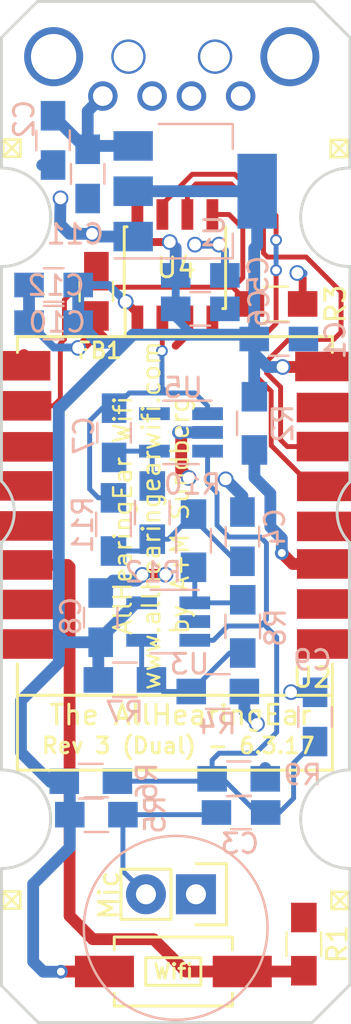
<source format=kicad_pcb>
(kicad_pcb (version 4) (host pcbnew 4.0.4-stable)

  (general
    (links 71)
    (no_connects 17)
    (area -3.085714 -1.28 162.600001 107.480001)
    (thickness 1)
    (drawings 52)
    (tracks 298)
    (zones 0)
    (modules 34)
    (nets 17)
  )

  (page A4)
  (layers
    (0 F.Cu signal hide)
    (1 In1.Cu signal hide)
    (2 In2.Cu signal hide)
    (31 B.Cu signal hide)
    (32 B.Adhes user)
    (33 F.Adhes user)
    (34 B.Paste user)
    (35 F.Paste user hide)
    (36 B.SilkS user)
    (37 F.SilkS user)
    (38 B.Mask user)
    (39 F.Mask user)
    (40 Dwgs.User user)
    (41 Cmts.User user)
    (42 Eco1.User user)
    (43 Eco2.User user)
    (44 Edge.Cuts user)
    (45 Margin user)
    (46 B.CrtYd user)
    (47 F.CrtYd user)
    (48 B.Fab user hide)
    (49 F.Fab user)
  )

  (setup
    (last_trace_width 0.25)
    (trace_clearance 0.2)
    (zone_clearance 0.2)
    (zone_45_only yes)
    (trace_min 0.2)
    (segment_width 0.127)
    (edge_width 0.15)
    (via_size 0.6)
    (via_drill 0.4)
    (via_min_size 0.4)
    (via_min_drill 0.3)
    (uvia_size 0.3)
    (uvia_drill 0.1)
    (uvias_allowed no)
    (uvia_min_size 0.2)
    (uvia_min_drill 0.1)
    (pcb_text_width 0.3)
    (pcb_text_size 1.5 1.5)
    (mod_edge_width 0.15)
    (mod_text_size 1 1)
    (mod_text_width 0.15)
    (pad_size 1.5 1.3)
    (pad_drill 0)
    (pad_to_mask_clearance 0.2)
    (aux_axis_origin 0 0)
    (visible_elements 7FFEFF9F)
    (pcbplotparams
      (layerselection 0x010f0_80000001)
      (usegerberextensions false)
      (excludeedgelayer true)
      (linewidth 0.100000)
      (plotframeref false)
      (viasonmask false)
      (mode 1)
      (useauxorigin false)
      (hpglpennumber 1)
      (hpglpenspeed 20)
      (hpglpendiameter 15)
      (hpglpenoverlay 2)
      (psnegative false)
      (psa4output false)
      (plotreference true)
      (plotvalue true)
      (plotinvisibletext false)
      (padsonsilk false)
      (subtractmaskfromsilk false)
      (outputformat 1)
      (mirror false)
      (drillshape 0)
      (scaleselection 1)
      (outputdirectory ""))
  )

  (net 0 "")
  (net 1 GND)
  (net 2 VCC)
  (net 3 SS)
  (net 4 MISO)
  (net 5 SCLK)
  (net 6 +5V)
  (net 7 "Net-(R1-Pad2)")
  (net 8 "Net-(R2-Pad1)")
  (net 9 "Net-(C3-Pad1)")
  (net 10 "Net-(C3-Pad2)")
  (net 11 "Net-(C7-Pad1)")
  (net 12 "Net-(C7-Pad2)")
  (net 13 "Net-(C4-Pad2)")
  (net 14 "Net-(R4-Pad2)")
  (net 15 "Net-(R10-Pad1)")
  (net 16 GNDA)

  (net_class Default "This is the default net class."
    (clearance 0.2)
    (trace_width 0.25)
    (via_dia 0.6)
    (via_drill 0.4)
    (uvia_dia 0.3)
    (uvia_drill 0.1)
    (add_net MISO)
    (add_net "Net-(C3-Pad1)")
    (add_net "Net-(C3-Pad2)")
    (add_net "Net-(C4-Pad2)")
    (add_net "Net-(C7-Pad1)")
    (add_net "Net-(C7-Pad2)")
    (add_net "Net-(R10-Pad1)")
    (add_net "Net-(R4-Pad2)")
    (add_net SCLK)
    (add_net SS)
  )

  (net_class BigGnd ""
    (clearance 0.3)
    (trace_width 0.45)
    (via_dia 0.6)
    (via_drill 0.4)
    (uvia_dia 0.3)
    (uvia_drill 0.1)
  )

  (net_class Power ""
    (clearance 0.2)
    (trace_width 0.6)
    (via_dia 0.8)
    (via_drill 0.6)
    (uvia_dia 0.3)
    (uvia_drill 0.1)
    (add_net +5V)
    (add_net GND)
    (add_net GNDA)
    (add_net "Net-(R1-Pad2)")
    (add_net "Net-(R2-Pad1)")
    (add_net VCC)
  )

  (module ASKicadLib:ESP-07_AS (layer F.Cu) (tedit 58BDCAFA) (tstamp 588A5E2C)
    (at 157.96 87.21 180)
    (descr "Module, ESP-8266, ESP-07v2, 16 pad, SMD")
    (tags "Module ESP-8266 ESP8266")
    (path /58495FE2)
    (fp_text reference U2 (at 0.025 -1.7 360) (layer F.SilkS)
      (effects (font (size 1 1) (thickness 0.15)))
    )
    (fp_text value ESP-07v2 (at 7.25 2.25 180) (layer F.Fab)
      (effects (font (size 1 1) (thickness 0.15)))
    )
    (fp_line (start -2.25 -0.5) (end -2.25 -6.65) (layer F.CrtYd) (width 0.05))
    (fp_line (start -2.25 -6.65) (end 16.25 -6.65) (layer F.CrtYd) (width 0.05))
    (fp_line (start 16.25 -6.65) (end 16.25 16) (layer F.CrtYd) (width 0.05))
    (fp_line (start 16.25 16) (end -2.25 16) (layer F.CrtYd) (width 0.05))
    (fp_line (start -2.25 16) (end -2.25 -0.5) (layer F.CrtYd) (width 0.05))
    (fp_line (start -1 -6.4) (end 15 -6.4) (layer F.SilkS) (width 0.1524))
    (fp_line (start 15 -6.4) (end 15 -1) (layer F.SilkS) (width 0.1524))
    (fp_line (start -1 -6.4) (end -1 -1) (layer F.SilkS) (width 0.1524))
    (fp_line (start -1 14.8) (end -1 15.6) (layer F.SilkS) (width 0.1524))
    (fp_line (start -1 15.6) (end 15 15.6) (layer F.SilkS) (width 0.1524))
    (fp_line (start 15 15.6) (end 15 14.8) (layer F.SilkS) (width 0.1524))
    (fp_text user "The AllHearingEar" (at 6.72 -3.6 180) (layer F.SilkS)
      (effects (font (size 1 1) (thickness 0.15)))
    )
    (fp_line (start -1.008 -2.6) (end 14.992 -2.6) (layer F.SilkS) (width 0.1524))
    (fp_line (start 15 -6.4) (end 15 15.6) (layer F.Fab) (width 0.05))
    (fp_line (start 15 15.6) (end -1 15.6) (layer F.Fab) (width 0.05))
    (fp_line (start -1.008 15.6) (end -1.008 -6.4) (layer F.Fab) (width 0.05))
    (fp_line (start -1 -6.4) (end 15 -6.4) (layer F.Fab) (width 0.05))
    (pad 9 smd rect (at 14.127 14.1224 180) (size 3 1.5) (drill (offset 0.7 0)) (layers F.Cu F.Paste F.Mask)
      (net 1 GND))
    (pad 10 smd rect (at 14.0762 12.0904 180) (size 3 1.5) (drill (offset 0.7 0)) (layers F.Cu F.Paste F.Mask)
      (net 3 SS))
    (pad 11 smd rect (at 14 10.0076 180) (size 3 1.5) (drill (offset 0.7 0)) (layers F.Cu F.Paste F.Mask))
    (pad 12 smd rect (at 14.0254 8.0264 180) (size 3 1.5) (drill (offset 0.7 0)) (layers F.Cu F.Paste F.Mask))
    (pad 13 smd rect (at 14 5.9944 180) (size 3 1.5) (drill (offset 0.7 0)) (layers F.Cu F.Paste F.Mask))
    (pad 14 smd rect (at 14.0254 4.0132 180) (size 3 1.5) (drill (offset 0.7 0)) (layers F.Cu F.Paste F.Mask)
      (net 7 "Net-(R1-Pad2)"))
    (pad 15 smd rect (at 14 2.0066 180) (size 3 1.5) (drill (offset 0.7 0)) (layers F.Cu F.Paste F.Mask))
    (pad 8 smd rect (at 0.0889 14.0843 180) (size 3 1.5) (drill (offset -0.7 0)) (layers F.Cu F.Paste F.Mask)
      (net 2 VCC))
    (pad 7 smd rect (at 0.0127 12.0015 180) (size 3 1.5) (drill (offset -0.7 0)) (layers F.Cu F.Paste F.Mask))
    (pad 6 smd rect (at 0.0127 10.0203 180) (size 3 1.5) (drill (offset -0.7 0)) (layers F.Cu F.Paste F.Mask)
      (net 4 MISO))
    (pad 5 smd rect (at 0 8.001 180) (size 3 1.5) (drill (offset -0.7 0)) (layers F.Cu F.Paste F.Mask)
      (net 5 SCLK))
    (pad 4 smd rect (at 0 5.969 180) (size 3 1.5) (drill (offset -0.7 0)) (layers F.Cu F.Paste F.Mask))
    (pad 3 smd rect (at 0 4.064 180) (size 3 1.5) (drill (offset -0.7 0)) (layers F.Cu F.Paste F.Mask)
      (net 8 "Net-(R2-Pad1)"))
    (pad 2 smd rect (at 0 2.032 180) (size 3 1.5) (drill (offset -0.7 0)) (layers F.Cu F.Paste F.Mask))
    (pad 1 smd rect (at 0 0 180) (size 3 1.5) (drill (offset -0.7 0)) (layers F.Cu F.Paste F.Mask))
    (pad 16 smd rect (at 14 0 180) (size 3 1.5) (drill (offset 0.7 0)) (layers F.Cu F.Paste F.Mask))
    (model ${ESPLIB}/ESP8266.3dshapes/ESP-07v2.wrl
      (at (xyz 0 0 0))
      (scale (xyz 0.3937 0.3937 0.3937))
      (rotate (xyz 0 0 0))
    )
  )

  (module Resistors_SMD:R_0805_HandSoldering (layer F.Cu) (tedit 58BF1D2A) (tstamp 58B9E51C)
    (at 157.51 102.44 270)
    (descr "Resistor SMD 0805, hand soldering")
    (tags "resistor 0805")
    (path /584974BB)
    (attr smd)
    (fp_text reference R1 (at 0 -1.7 270) (layer F.SilkS)
      (effects (font (size 1 1) (thickness 0.15)))
    )
    (fp_text value 10k (at 0 1.75 270) (layer F.Fab)
      (effects (font (size 1 1) (thickness 0.15)))
    )
    (fp_text user %R (at 0 -1.7 270) (layer F.Fab)
      (effects (font (size 1 1) (thickness 0.15)))
    )
    (fp_line (start -1 0.62) (end -1 -0.62) (layer F.Fab) (width 0.1))
    (fp_line (start 1 0.62) (end -1 0.62) (layer F.Fab) (width 0.1))
    (fp_line (start 1 -0.62) (end 1 0.62) (layer F.Fab) (width 0.1))
    (fp_line (start -1 -0.62) (end 1 -0.62) (layer F.Fab) (width 0.1))
    (fp_line (start 0.6 0.88) (end -0.6 0.88) (layer F.SilkS) (width 0.12))
    (fp_line (start -0.6 -0.88) (end 0.6 -0.88) (layer F.SilkS) (width 0.12))
    (fp_line (start -2.35 -0.9) (end 2.35 -0.9) (layer F.CrtYd) (width 0.05))
    (fp_line (start -2.35 -0.9) (end -2.35 0.9) (layer F.CrtYd) (width 0.05))
    (fp_line (start 2.35 0.9) (end 2.35 -0.9) (layer F.CrtYd) (width 0.05))
    (fp_line (start 2.35 0.9) (end -2.35 0.9) (layer F.CrtYd) (width 0.05))
    (pad 1 smd rect (at -1.35 0 270) (size 1.5 1.3) (layers F.Cu F.Paste F.Mask)
      (net 16 GNDA))
    (pad 2 smd rect (at 1.35 0 270) (size 1.5 1.3) (layers F.Cu F.Paste F.Mask)
      (net 7 "Net-(R1-Pad2)"))
    (model Resistors_SMD.3dshapes/R_0805.wrl
      (at (xyz 0 0 0))
      (scale (xyz 1 1 1))
      (rotate (xyz 0 0 0))
    )
  )

  (module Housings_SOIC:SOIC-8_3.9x4.9mm_Pitch1.27mm (layer F.Cu) (tedit 58C05C01) (tstamp 58BB03BC)
    (at 150.96 68.11 90)
    (descr "8-Lead Plastic Small Outline (SN) - Narrow, 3.90 mm Body [SOIC] (see Microchip Packaging Specification 00000049BS.pdf)")
    (tags "SOIC 1.27")
    (path /58495F1E)
    (attr smd)
    (fp_text reference U4 (at 0 0.07 180) (layer F.SilkS)
      (effects (font (size 1 1) (thickness 0.15)))
    )
    (fp_text value MCP3201 (at 0 3.5 90) (layer F.Fab)
      (effects (font (size 1 1) (thickness 0.15)))
    )
    (fp_line (start -0.95 -2.45) (end 1.95 -2.45) (layer F.Fab) (width 0.15))
    (fp_line (start 1.95 -2.45) (end 1.95 2.45) (layer F.Fab) (width 0.15))
    (fp_line (start 1.95 2.45) (end -1.95 2.45) (layer F.Fab) (width 0.15))
    (fp_line (start -1.95 2.45) (end -1.95 -1.45) (layer F.Fab) (width 0.15))
    (fp_line (start -1.95 -1.45) (end -0.95 -2.45) (layer F.Fab) (width 0.15))
    (fp_line (start -3.75 -2.75) (end -3.75 2.75) (layer F.CrtYd) (width 0.05))
    (fp_line (start 3.75 -2.75) (end 3.75 2.75) (layer F.CrtYd) (width 0.05))
    (fp_line (start -3.75 -2.75) (end 3.75 -2.75) (layer F.CrtYd) (width 0.05))
    (fp_line (start -3.75 2.75) (end 3.75 2.75) (layer F.CrtYd) (width 0.05))
    (fp_line (start -2.075 -2.575) (end -2.075 -2.525) (layer F.SilkS) (width 0.15))
    (fp_line (start 2.075 -2.575) (end 2.075 -2.43) (layer F.SilkS) (width 0.15))
    (fp_line (start 2.075 2.575) (end 2.075 2.43) (layer F.SilkS) (width 0.15))
    (fp_line (start -2.075 2.575) (end -2.075 2.43) (layer F.SilkS) (width 0.15))
    (fp_line (start -2.075 -2.575) (end 2.075 -2.575) (layer F.SilkS) (width 0.15))
    (fp_line (start -2.075 2.575) (end 2.075 2.575) (layer F.SilkS) (width 0.15))
    (fp_line (start -2.075 -2.525) (end -3.475 -2.525) (layer F.SilkS) (width 0.15))
    (pad 1 smd rect (at -2.7 -1.905 90) (size 1.55 0.6) (layers F.Cu F.Paste F.Mask)
      (net 2 VCC))
    (pad 2 smd rect (at -2.7 -0.635 90) (size 1.55 0.6) (layers F.Cu F.Paste F.Mask)
      (net 12 "Net-(C7-Pad2)"))
    (pad 3 smd rect (at -2.7 0.635 90) (size 1.55 0.6) (layers F.Cu F.Paste F.Mask)
      (net 16 GNDA))
    (pad 4 smd rect (at -2.7 1.905 90) (size 1.55 0.6) (layers F.Cu F.Paste F.Mask)
      (net 16 GNDA))
    (pad 5 smd rect (at 2.7 1.905 90) (size 1.55 0.6) (layers F.Cu F.Paste F.Mask)
      (net 3 SS))
    (pad 6 smd rect (at 2.7 0.635 90) (size 1.55 0.6) (layers F.Cu F.Paste F.Mask)
      (net 4 MISO))
    (pad 7 smd rect (at 2.7 -0.635 90) (size 1.55 0.6) (layers F.Cu F.Paste F.Mask)
      (net 5 SCLK))
    (pad 8 smd rect (at 2.7 -1.905 90) (size 1.55 0.6) (layers F.Cu F.Paste F.Mask)
      (net 2 VCC))
    (model Housings_SOIC.3dshapes/SOIC-8_3.9x4.9mm_Pitch1.27mm.wrl
      (at (xyz 0 0 0))
      (scale (xyz 1 1 1))
      (rotate (xyz 0 0 0))
    )
  )

  (module TO_SOT_Packages_SMD:SOT-223 (layer B.Cu) (tedit 58BC80F9) (tstamp 588A5E07)
    (at 151.99 64.23)
    (descr "module CMS SOT223 4 pins")
    (tags "CMS SOT")
    (path /58495D09)
    (attr smd)
    (fp_text reference U1 (at 0.98 2.2 270) (layer B.SilkS)
      (effects (font (size 1 1) (thickness 0.15)) (justify mirror))
    )
    (fp_text value LM1117-3.3 (at 0 -4.5) (layer B.Fab)
      (effects (font (size 1 1) (thickness 0.15)) (justify mirror))
    )
    (fp_line (start 1.91 -3.41) (end 1.91 -2.15) (layer B.SilkS) (width 0.12))
    (fp_line (start 1.91 3.41) (end 1.91 2.15) (layer B.SilkS) (width 0.12))
    (fp_line (start 4.4 3.6) (end -4.4 3.6) (layer B.CrtYd) (width 0.05))
    (fp_line (start 4.4 -3.6) (end 4.4 3.6) (layer B.CrtYd) (width 0.05))
    (fp_line (start -4.4 -3.6) (end 4.4 -3.6) (layer B.CrtYd) (width 0.05))
    (fp_line (start -4.4 3.6) (end -4.4 -3.6) (layer B.CrtYd) (width 0.05))
    (fp_line (start -1.85 2.35) (end -0.85 3.35) (layer B.Fab) (width 0.1))
    (fp_line (start -1.85 2.35) (end -1.85 -3.35) (layer B.Fab) (width 0.1))
    (fp_line (start -1.85 -3.41) (end 1.91 -3.41) (layer B.SilkS) (width 0.12))
    (fp_line (start -0.85 3.35) (end 1.85 3.35) (layer B.Fab) (width 0.1))
    (fp_line (start -4.1 3.41) (end 1.91 3.41) (layer B.SilkS) (width 0.12))
    (fp_line (start -1.85 -3.35) (end 1.85 -3.35) (layer B.Fab) (width 0.1))
    (fp_line (start 1.85 3.35) (end 1.85 -3.35) (layer B.Fab) (width 0.1))
    (pad 4 smd rect (at 3.15 0) (size 2 3.8) (layers B.Cu B.Paste B.Mask)
      (net 2 VCC))
    (pad 2 smd rect (at -3.15 0) (size 2 1.5) (layers B.Cu B.Paste B.Mask)
      (net 2 VCC))
    (pad 3 smd rect (at -3.15 -2.3) (size 2 1.5) (layers B.Cu B.Paste B.Mask)
      (net 6 +5V))
    (pad 1 smd rect (at -3.15 2.3) (size 2 1.5) (layers B.Cu B.Paste B.Mask)
      (net 1 GND))
    (model TO_SOT_Packages_SMD.3dshapes/SOT-223.wrl
      (at (xyz 0 0 0))
      (scale (xyz 0.4 0.4 0.4))
      (rotate (xyz 0 0 90))
    )
  )

  (module Capacitors_SMD:C_0805_HandSoldering (layer F.Cu) (tedit 58C05AF7) (tstamp 588A5D17)
    (at 146.97 69.31 270)
    (descr "Capacitor SMD 0805, hand soldering")
    (tags "capacitor 0805")
    (path /5849DA18)
    (attr smd)
    (fp_text reference FB1 (at 3.01 -0.15 360) (layer F.SilkS)
      (effects (font (size 0.8 0.8) (thickness 0.15)))
    )
    (fp_text value FERRITE (at 0 2.1 270) (layer F.Fab)
      (effects (font (size 1 1) (thickness 0.15)))
    )
    (fp_line (start -1 0.625) (end -1 -0.625) (layer F.Fab) (width 0.1))
    (fp_line (start 1 0.625) (end -1 0.625) (layer F.Fab) (width 0.1))
    (fp_line (start 1 -0.625) (end 1 0.625) (layer F.Fab) (width 0.1))
    (fp_line (start -1 -0.625) (end 1 -0.625) (layer F.Fab) (width 0.1))
    (fp_line (start -2.3 -1) (end 2.3 -1) (layer F.CrtYd) (width 0.05))
    (fp_line (start -2.3 1) (end 2.3 1) (layer F.CrtYd) (width 0.05))
    (fp_line (start -2.3 -1) (end -2.3 1) (layer F.CrtYd) (width 0.05))
    (fp_line (start 2.3 -1) (end 2.3 1) (layer F.CrtYd) (width 0.05))
    (fp_line (start 0.5 -0.85) (end -0.5 -0.85) (layer F.SilkS) (width 0.12))
    (fp_line (start -0.5 0.85) (end 0.5 0.85) (layer F.SilkS) (width 0.12))
    (pad 1 smd rect (at -1.25 0 270) (size 1.5 1.25) (layers F.Cu F.Paste F.Mask)
      (net 1 GND))
    (pad 2 smd rect (at 1.25 0 270) (size 1.5 1.25) (layers F.Cu F.Paste F.Mask)
      (net 16 GNDA))
    (model Capacitors_SMD.3dshapes/C_0805_HandSoldering.wrl
      (at (xyz 0 0 0))
      (scale (xyz 1 1 1))
      (rotate (xyz 0 0 0))
    )
  )

  (module ASKicadLib:SW_PUSH_AS (layer F.Cu) (tedit 58BC7C9D) (tstamp 58BC59FA)
    (at 150.88 103.83 180)
    (descr "Light Touch Switch")
    (path /5849753C)
    (attr smd)
    (fp_text reference Wifi (at 0 0 180) (layer F.SilkS)
      (effects (font (size 0.75 0.75) (thickness 0.15)))
    )
    (fp_text value SW_PUSH (at 0 3 180) (layer F.Fab) hide
      (effects (font (size 1 1) (thickness 0.15)))
    )
    (fp_line (start -1.4 -0.7) (end 1.4 -0.7) (layer F.SilkS) (width 0.15))
    (fp_line (start 1.4 -0.7) (end 1.4 0.7) (layer F.SilkS) (width 0.15))
    (fp_line (start 1.4 0.7) (end -1.4 0.7) (layer F.SilkS) (width 0.15))
    (fp_line (start -1.4 0.7) (end -1.4 -0.7) (layer F.SilkS) (width 0.15))
    (fp_line (start -3.95 -2) (end 3.95 -2) (layer F.CrtYd) (width 0.05))
    (fp_line (start 3.95 -2) (end 3.95 2) (layer F.CrtYd) (width 0.05))
    (fp_line (start 3.95 2) (end -3.95 2) (layer F.CrtYd) (width 0.05))
    (fp_line (start -3.95 2) (end -3.95 -2) (layer F.CrtYd) (width 0.05))
    (fp_line (start 3 -1.75) (end 3 -1.1) (layer F.SilkS) (width 0.15))
    (fp_line (start 3 1.75) (end 3 1.1) (layer F.SilkS) (width 0.15))
    (fp_line (start -3 1.1) (end -3 1.75) (layer F.SilkS) (width 0.15))
    (fp_line (start -3 -1.75) (end -3 -1.1) (layer F.SilkS) (width 0.15))
    (fp_line (start 3 -1.75) (end -3 -1.75) (layer F.SilkS) (width 0.15))
    (fp_line (start -3 1.75) (end 3 1.75) (layer F.SilkS) (width 0.15))
    (pad 2 smd rect (at 3.5 0 180) (size 3 1.6) (layers F.Cu F.Paste F.Mask)
      (net 2 VCC))
    (pad 1 smd rect (at -3.5 0 180) (size 3 1.6) (layers F.Cu F.Paste F.Mask)
      (net 7 "Net-(R1-Pad2)"))
  )

  (module muwave_gap (layer F.Cu) (tedit 58BC7557) (tstamp 0)
    (at 0 0)
    (fp_text reference REF** (at 0 0.5) (layer F.SilkS)
      (effects (font (size 0.6 0.6) (thickness 0.12)))
    )
    (fp_text value muwave_gap (at 0 -0.5) (layer F.Fab)
      (effects (font (size 0.6 0.6) (thickness 0.12)))
    )
    (pad 2 smd rect (at -0.6 0) (size 0.6 0.6) (layers F.Cu))
    (pad 1 smd rect (at 0.6 0) (size 0.6 0.6) (layers F.Cu))
  )

  (module Resistors_SMD:R_0805_HandSoldering (layer B.Cu) (tedit 58BDBABE) (tstamp 58B9E58D)
    (at 154.405 86.315 90)
    (descr "Resistor SMD 0805, hand soldering")
    (tags "resistor 0805")
    (path /588D0A03)
    (attr smd)
    (fp_text reference R8 (at -0.065 1.665 90) (layer B.SilkS)
      (effects (font (size 1 1) (thickness 0.15)) (justify mirror))
    )
    (fp_text value 100k (at 0 -1.75 90) (layer B.Fab)
      (effects (font (size 1 1) (thickness 0.15)) (justify mirror))
    )
    (fp_text user %R (at 0 1.7 90) (layer B.Fab)
      (effects (font (size 1 1) (thickness 0.15)) (justify mirror))
    )
    (fp_line (start -1 -0.62) (end -1 0.62) (layer B.Fab) (width 0.1))
    (fp_line (start 1 -0.62) (end -1 -0.62) (layer B.Fab) (width 0.1))
    (fp_line (start 1 0.62) (end 1 -0.62) (layer B.Fab) (width 0.1))
    (fp_line (start -1 0.62) (end 1 0.62) (layer B.Fab) (width 0.1))
    (fp_line (start 0.6 -0.88) (end -0.6 -0.88) (layer B.SilkS) (width 0.12))
    (fp_line (start -0.6 0.88) (end 0.6 0.88) (layer B.SilkS) (width 0.12))
    (fp_line (start -2.35 0.9) (end 2.35 0.9) (layer B.CrtYd) (width 0.05))
    (fp_line (start -2.35 0.9) (end -2.35 -0.9) (layer B.CrtYd) (width 0.05))
    (fp_line (start 2.35 -0.9) (end 2.35 0.9) (layer B.CrtYd) (width 0.05))
    (fp_line (start 2.35 -0.9) (end -2.35 -0.9) (layer B.CrtYd) (width 0.05))
    (pad 1 smd rect (at -1.35 0 90) (size 1.5 1.3) (layers B.Cu B.Paste B.Mask)
      (net 14 "Net-(R4-Pad2)"))
    (pad 2 smd rect (at 1.35 0 90) (size 1.5 1.3) (layers B.Cu B.Paste B.Mask)
      (net 15 "Net-(R10-Pad1)"))
    (model Resistors_SMD.3dshapes/R_0805.wrl
      (at (xyz 0 0 0))
      (scale (xyz 1 1 1))
      (rotate (xyz 0 0 0))
    )
  )

  (module ASKicadLib:USB_A_AS (layer F.Cu) (tedit 5862ABF9) (tstamp 588CD9D1)
    (at 150.8 49.1)
    (descr "USB A AS")
    (tags "USB USB_A")
    (path /58495BE0)
    (fp_text reference P1 (at 0 8.3) (layer F.SilkS) hide
      (effects (font (size 1 1) (thickness 0.15)))
    )
    (fp_text value USB_B (at 0 6.6) (layer F.Fab)
      (effects (font (size 1 1) (thickness 0.15)))
    )
    (fp_line (start -6 5.5) (end 6 5.5) (layer F.CrtYd) (width 0.15))
    (fp_line (start -6 -9.4) (end -6 9.4) (layer F.CrtYd) (width 0.15))
    (fp_line (start -6 9.4) (end 6 9.4) (layer F.CrtYd) (width 0.15))
    (fp_line (start 6 9.4) (end 6 -9.4) (layer F.CrtYd) (width 0.15))
    (fp_line (start 6 -9.4) (end -6 -9.4) (layer F.CrtYd) (width 0.15))
    (pad 5 thru_hole circle (at -2.2 8.3 270) (size 1.75 1.75) (drill 1.5) (layers *.Cu *.Mask)
      (net 1 GND))
    (pad 5 thru_hole circle (at 2.2 8.3 270) (size 1.75 1.75) (drill 1.5) (layers *.Cu *.Mask)
      (net 1 GND))
    (pad 4 thru_hole circle (at 3.5 10.3 270) (size 1.50114 1.50114) (drill 1.00076) (layers *.Cu *.Mask)
      (net 1 GND))
    (pad 3 thru_hole circle (at 1 10.3 270) (size 1.50114 1.50114) (drill 1.00076) (layers *.Cu *.Mask))
    (pad 2 thru_hole circle (at -1 10.3 270) (size 1.50114 1.50114) (drill 1.00076) (layers *.Cu *.Mask))
    (pad 1 thru_hole circle (at -3.5 10.3 270) (size 1.50114 1.50114) (drill 1.00076) (layers *.Cu *.Mask)
      (net 6 +5V))
    (pad 5 thru_hole circle (at 6 8.3 270) (size 2.99974 2.99974) (drill 2.30124) (layers *.Cu *.Mask)
      (net 1 GND))
    (pad 5 thru_hole circle (at -6 8.3 270) (size 2.99974 2.99974) (drill 2.30124) (layers *.Cu *.Mask)
      (net 1 GND))
    (model Connect.3dshapes/USB_A.wrl
      (at (xyz 0.14 0 0))
      (scale (xyz 1 1 1))
      (rotate (xyz 0 0 90))
    )
  )

  (module Socket_Strips:Socket_Strip_Straight_1x02 (layer F.Cu) (tedit 58BDBB0A) (tstamp 588CDA03)
    (at 152.03 99.91 180)
    (descr "Through hole socket strip")
    (tags "socket strip")
    (path /58497FE6)
    (fp_text reference Mic (at 4.43 -0.04 270) (layer F.SilkS)
      (effects (font (size 1 1) (thickness 0.15)))
    )
    (fp_text value MIC (at 0 -3.1 180) (layer F.Fab)
      (effects (font (size 1 1) (thickness 0.15)))
    )
    (fp_line (start -1.55 1.55) (end 0 1.55) (layer F.SilkS) (width 0.15))
    (fp_line (start 3.81 1.27) (end 1.27 1.27) (layer F.SilkS) (width 0.15))
    (fp_line (start -1.75 -1.75) (end -1.75 1.75) (layer F.CrtYd) (width 0.05))
    (fp_line (start 4.3 -1.75) (end 4.3 1.75) (layer F.CrtYd) (width 0.05))
    (fp_line (start -1.75 -1.75) (end 4.3 -1.75) (layer F.CrtYd) (width 0.05))
    (fp_line (start -1.75 1.75) (end 4.3 1.75) (layer F.CrtYd) (width 0.05))
    (fp_line (start 1.27 1.27) (end 1.27 -1.27) (layer F.SilkS) (width 0.15))
    (fp_line (start 0 -1.55) (end -1.55 -1.55) (layer F.SilkS) (width 0.15))
    (fp_line (start -1.55 -1.55) (end -1.55 1.55) (layer F.SilkS) (width 0.15))
    (fp_line (start 1.27 -1.27) (end 3.81 -1.27) (layer F.SilkS) (width 0.15))
    (fp_line (start 3.81 -1.27) (end 3.81 1.27) (layer F.SilkS) (width 0.15))
    (pad 1 thru_hole rect (at 0 0 180) (size 2.032 2.032) (drill 1.016) (layers *.Cu *.Mask)
      (net 16 GNDA))
    (pad 2 thru_hole oval (at 2.54 0 180) (size 2.032 2.032) (drill 1.016) (layers *.Cu *.Mask)
      (net 10 "Net-(C3-Pad2)"))
    (model Socket_Strips.3dshapes/Socket_Strip_Straight_1x02.wrl
      (at (xyz 0.05 0 0))
      (scale (xyz 1 1 1))
      (rotate (xyz 0 0 180))
    )
  )

  (module Capacitors_SMD:C_0805_HandSoldering (layer B.Cu) (tedit 58BDBBEC) (tstamp 58B9E466)
    (at 156.24 71.73)
    (descr "Capacitor SMD 0805, hand soldering")
    (tags "capacitor 0805")
    (path /58496C2E)
    (attr smd)
    (fp_text reference C1 (at 2.87 0.05 90) (layer B.SilkS)
      (effects (font (size 1 1) (thickness 0.15)) (justify mirror))
    )
    (fp_text value 0,1uF (at 0 -1.75) (layer B.Fab)
      (effects (font (size 1 1) (thickness 0.15)) (justify mirror))
    )
    (fp_text user %R (at 0 1.75) (layer B.Fab)
      (effects (font (size 1 1) (thickness 0.15)) (justify mirror))
    )
    (fp_line (start -1 -0.62) (end -1 0.62) (layer B.Fab) (width 0.1))
    (fp_line (start 1 -0.62) (end -1 -0.62) (layer B.Fab) (width 0.1))
    (fp_line (start 1 0.62) (end 1 -0.62) (layer B.Fab) (width 0.1))
    (fp_line (start -1 0.62) (end 1 0.62) (layer B.Fab) (width 0.1))
    (fp_line (start 0.5 0.85) (end -0.5 0.85) (layer B.SilkS) (width 0.12))
    (fp_line (start -0.5 -0.85) (end 0.5 -0.85) (layer B.SilkS) (width 0.12))
    (fp_line (start -2.25 0.88) (end 2.25 0.88) (layer B.CrtYd) (width 0.05))
    (fp_line (start -2.25 0.88) (end -2.25 -0.87) (layer B.CrtYd) (width 0.05))
    (fp_line (start 2.25 -0.87) (end 2.25 0.88) (layer B.CrtYd) (width 0.05))
    (fp_line (start 2.25 -0.87) (end -2.25 -0.87) (layer B.CrtYd) (width 0.05))
    (pad 1 smd rect (at -1.25 0) (size 1.5 1.25) (layers B.Cu B.Paste B.Mask)
      (net 2 VCC))
    (pad 2 smd rect (at 1.25 0) (size 1.5 1.25) (layers B.Cu B.Paste B.Mask)
      (net 1 GND))
    (model Capacitors_SMD.3dshapes/C_0805.wrl
      (at (xyz 0 0 0))
      (scale (xyz 1 1 1))
      (rotate (xyz 0 0 0))
    )
  )

  (module Capacitors_SMD:C_0805_HandSoldering (layer B.Cu) (tedit 58BDBAFA) (tstamp 58B9E487)
    (at 154.32 95.76 180)
    (descr "Capacitor SMD 0805, hand soldering")
    (tags "capacitor 0805")
    (path /588CF5AE)
    (attr smd)
    (fp_text reference C3 (at 0.06 -1.58 180) (layer B.SilkS)
      (effects (font (size 1 1) (thickness 0.15)) (justify mirror))
    )
    (fp_text value 1000pF (at 0 -1.75 180) (layer B.Fab)
      (effects (font (size 1 1) (thickness 0.15)) (justify mirror))
    )
    (fp_text user %R (at 0 1.75 180) (layer B.Fab)
      (effects (font (size 1 1) (thickness 0.15)) (justify mirror))
    )
    (fp_line (start -1 -0.62) (end -1 0.62) (layer B.Fab) (width 0.1))
    (fp_line (start 1 -0.62) (end -1 -0.62) (layer B.Fab) (width 0.1))
    (fp_line (start 1 0.62) (end 1 -0.62) (layer B.Fab) (width 0.1))
    (fp_line (start -1 0.62) (end 1 0.62) (layer B.Fab) (width 0.1))
    (fp_line (start 0.5 0.85) (end -0.5 0.85) (layer B.SilkS) (width 0.12))
    (fp_line (start -0.5 -0.85) (end 0.5 -0.85) (layer B.SilkS) (width 0.12))
    (fp_line (start -2.25 0.88) (end 2.25 0.88) (layer B.CrtYd) (width 0.05))
    (fp_line (start -2.25 0.88) (end -2.25 -0.87) (layer B.CrtYd) (width 0.05))
    (fp_line (start 2.25 -0.87) (end 2.25 0.88) (layer B.CrtYd) (width 0.05))
    (fp_line (start 2.25 -0.87) (end -2.25 -0.87) (layer B.CrtYd) (width 0.05))
    (pad 1 smd rect (at -1.25 0 180) (size 1.5 1.25) (layers B.Cu B.Paste B.Mask)
      (net 9 "Net-(C3-Pad1)"))
    (pad 2 smd rect (at 1.25 0 180) (size 1.5 1.25) (layers B.Cu B.Paste B.Mask)
      (net 10 "Net-(C3-Pad2)"))
    (model Capacitors_SMD.3dshapes/C_0805.wrl
      (at (xyz 0 0 0))
      (scale (xyz 1 1 1))
      (rotate (xyz 0 0 0))
    )
  )

  (module Capacitors_SMD:C_0805_HandSoldering (layer B.Cu) (tedit 58BDBD4E) (tstamp 58B9E497)
    (at 154.39 81.76 270)
    (descr "Capacitor SMD 0805, hand soldering")
    (tags "capacitor 0805")
    (path /588D21BC)
    (attr smd)
    (fp_text reference C4 (at -0.46 -1.65 450) (layer B.SilkS)
      (effects (font (size 1 1) (thickness 0.15)) (justify mirror))
    )
    (fp_text value 1000pF (at 0 -1.75 270) (layer B.Fab)
      (effects (font (size 1 1) (thickness 0.15)) (justify mirror))
    )
    (fp_text user %R (at 0 1.75 270) (layer B.Fab)
      (effects (font (size 1 1) (thickness 0.15)) (justify mirror))
    )
    (fp_line (start -1 -0.62) (end -1 0.62) (layer B.Fab) (width 0.1))
    (fp_line (start 1 -0.62) (end -1 -0.62) (layer B.Fab) (width 0.1))
    (fp_line (start 1 0.62) (end 1 -0.62) (layer B.Fab) (width 0.1))
    (fp_line (start -1 0.62) (end 1 0.62) (layer B.Fab) (width 0.1))
    (fp_line (start 0.5 0.85) (end -0.5 0.85) (layer B.SilkS) (width 0.12))
    (fp_line (start -0.5 -0.85) (end 0.5 -0.85) (layer B.SilkS) (width 0.12))
    (fp_line (start -2.25 0.88) (end 2.25 0.88) (layer B.CrtYd) (width 0.05))
    (fp_line (start -2.25 0.88) (end -2.25 -0.87) (layer B.CrtYd) (width 0.05))
    (fp_line (start 2.25 -0.87) (end 2.25 0.88) (layer B.CrtYd) (width 0.05))
    (fp_line (start 2.25 -0.87) (end -2.25 -0.87) (layer B.CrtYd) (width 0.05))
    (pad 1 smd rect (at -1.25 0 270) (size 1.5 1.25) (layers B.Cu B.Paste B.Mask)
      (net 16 GNDA))
    (pad 2 smd rect (at 1.25 0 270) (size 1.5 1.25) (layers B.Cu B.Paste B.Mask)
      (net 13 "Net-(C4-Pad2)"))
    (model Capacitors_SMD.3dshapes/C_0805.wrl
      (at (xyz 0 0 0))
      (scale (xyz 1 1 1))
      (rotate (xyz 0 0 0))
    )
  )

  (module Capacitors_SMD:C_0805_HandSoldering (layer B.Cu) (tedit 58BDBD14) (tstamp 58B9E4A7)
    (at 152.25 68.5 180)
    (descr "Capacitor SMD 0805, hand soldering")
    (tags "capacitor 0805")
    (path /584989F9)
    (attr smd)
    (fp_text reference C5 (at -2.94 0.02 450) (layer B.SilkS)
      (effects (font (size 1 1) (thickness 0.15)) (justify mirror))
    )
    (fp_text value 0,1 (at 0 -1.75 180) (layer B.Fab)
      (effects (font (size 1 1) (thickness 0.15)) (justify mirror))
    )
    (fp_text user %R (at 0 1.75 180) (layer B.Fab)
      (effects (font (size 1 1) (thickness 0.15)) (justify mirror))
    )
    (fp_line (start -1 -0.62) (end -1 0.62) (layer B.Fab) (width 0.1))
    (fp_line (start 1 -0.62) (end -1 -0.62) (layer B.Fab) (width 0.1))
    (fp_line (start 1 0.62) (end 1 -0.62) (layer B.Fab) (width 0.1))
    (fp_line (start -1 0.62) (end 1 0.62) (layer B.Fab) (width 0.1))
    (fp_line (start 0.5 0.85) (end -0.5 0.85) (layer B.SilkS) (width 0.12))
    (fp_line (start -0.5 -0.85) (end 0.5 -0.85) (layer B.SilkS) (width 0.12))
    (fp_line (start -2.25 0.88) (end 2.25 0.88) (layer B.CrtYd) (width 0.05))
    (fp_line (start -2.25 0.88) (end -2.25 -0.87) (layer B.CrtYd) (width 0.05))
    (fp_line (start 2.25 -0.87) (end 2.25 0.88) (layer B.CrtYd) (width 0.05))
    (fp_line (start 2.25 -0.87) (end -2.25 -0.87) (layer B.CrtYd) (width 0.05))
    (pad 1 smd rect (at -1.25 0 180) (size 1.5 1.25) (layers B.Cu B.Paste B.Mask)
      (net 1 GND))
    (pad 2 smd rect (at 1.25 0 180) (size 1.5 1.25) (layers B.Cu B.Paste B.Mask)
      (net 2 VCC))
    (model Capacitors_SMD.3dshapes/C_0805.wrl
      (at (xyz 0 0 0))
      (scale (xyz 1 1 1))
      (rotate (xyz 0 0 0))
    )
  )

  (module Capacitors_SMD:C_0805_HandSoldering (layer B.Cu) (tedit 58BDBD1D) (tstamp 58B9E4B7)
    (at 152.25 70.2 180)
    (descr "Capacitor SMD 0805, hand soldering")
    (tags "capacitor 0805")
    (path /58BC87E7)
    (attr smd)
    (fp_text reference C6 (at -2.99 0.04 270) (layer B.SilkS)
      (effects (font (size 1 1) (thickness 0.15)) (justify mirror))
    )
    (fp_text value 10uF (at 0 -1.75 180) (layer B.Fab)
      (effects (font (size 1 1) (thickness 0.15)) (justify mirror))
    )
    (fp_text user %R (at 0 1.75 180) (layer B.Fab)
      (effects (font (size 1 1) (thickness 0.15)) (justify mirror))
    )
    (fp_line (start -1 -0.62) (end -1 0.62) (layer B.Fab) (width 0.1))
    (fp_line (start 1 -0.62) (end -1 -0.62) (layer B.Fab) (width 0.1))
    (fp_line (start 1 0.62) (end 1 -0.62) (layer B.Fab) (width 0.1))
    (fp_line (start -1 0.62) (end 1 0.62) (layer B.Fab) (width 0.1))
    (fp_line (start 0.5 0.85) (end -0.5 0.85) (layer B.SilkS) (width 0.12))
    (fp_line (start -0.5 -0.85) (end 0.5 -0.85) (layer B.SilkS) (width 0.12))
    (fp_line (start -2.25 0.88) (end 2.25 0.88) (layer B.CrtYd) (width 0.05))
    (fp_line (start -2.25 0.88) (end -2.25 -0.87) (layer B.CrtYd) (width 0.05))
    (fp_line (start 2.25 -0.87) (end 2.25 0.88) (layer B.CrtYd) (width 0.05))
    (fp_line (start 2.25 -0.87) (end -2.25 -0.87) (layer B.CrtYd) (width 0.05))
    (pad 1 smd rect (at -1.25 0 180) (size 1.5 1.25) (layers B.Cu B.Paste B.Mask)
      (net 1 GND))
    (pad 2 smd rect (at 1.25 0 180) (size 1.5 1.25) (layers B.Cu B.Paste B.Mask)
      (net 2 VCC))
    (model Capacitors_SMD.3dshapes/C_0805.wrl
      (at (xyz 0 0 0))
      (scale (xyz 1 1 1))
      (rotate (xyz 0 0 0))
    )
  )

  (module Capacitors_SMD:C_0805_HandSoldering (layer B.Cu) (tedit 58BDBA73) (tstamp 58B9E4C7)
    (at 147.87 76.49 90)
    (descr "Capacitor SMD 0805, hand soldering")
    (tags "capacitor 0805")
    (path /588D2DDF)
    (attr smd)
    (fp_text reference C7 (at -0.14 -1.53 90) (layer B.SilkS)
      (effects (font (size 1 1) (thickness 0.15)) (justify mirror))
    )
    (fp_text value 33pF (at 0 -1.75 90) (layer B.Fab)
      (effects (font (size 1 1) (thickness 0.15)) (justify mirror))
    )
    (fp_text user %R (at 0 1.75 90) (layer B.Fab)
      (effects (font (size 1 1) (thickness 0.15)) (justify mirror))
    )
    (fp_line (start -1 -0.62) (end -1 0.62) (layer B.Fab) (width 0.1))
    (fp_line (start 1 -0.62) (end -1 -0.62) (layer B.Fab) (width 0.1))
    (fp_line (start 1 0.62) (end 1 -0.62) (layer B.Fab) (width 0.1))
    (fp_line (start -1 0.62) (end 1 0.62) (layer B.Fab) (width 0.1))
    (fp_line (start 0.5 0.85) (end -0.5 0.85) (layer B.SilkS) (width 0.12))
    (fp_line (start -0.5 -0.85) (end 0.5 -0.85) (layer B.SilkS) (width 0.12))
    (fp_line (start -2.25 0.88) (end 2.25 0.88) (layer B.CrtYd) (width 0.05))
    (fp_line (start -2.25 0.88) (end -2.25 -0.87) (layer B.CrtYd) (width 0.05))
    (fp_line (start 2.25 -0.87) (end 2.25 0.88) (layer B.CrtYd) (width 0.05))
    (fp_line (start 2.25 -0.87) (end -2.25 -0.87) (layer B.CrtYd) (width 0.05))
    (pad 1 smd rect (at -1.25 0 90) (size 1.5 1.25) (layers B.Cu B.Paste B.Mask)
      (net 11 "Net-(C7-Pad1)"))
    (pad 2 smd rect (at 1.25 0 90) (size 1.5 1.25) (layers B.Cu B.Paste B.Mask)
      (net 12 "Net-(C7-Pad2)"))
    (model Capacitors_SMD.3dshapes/C_0805.wrl
      (at (xyz 0 0 0))
      (scale (xyz 1 1 1))
      (rotate (xyz 0 0 0))
    )
  )

  (module Capacitors_SMD:C_0805_HandSoldering (layer B.Cu) (tedit 58BDBAF6) (tstamp 58B9E4D7)
    (at 158.08 90.91 270)
    (descr "Capacitor SMD 0805, hand soldering")
    (tags "capacitor 0805")
    (path /5883CA35)
    (attr smd)
    (fp_text reference C9 (at -2.88 0.13 360) (layer B.SilkS)
      (effects (font (size 1 1) (thickness 0.15)) (justify mirror))
    )
    (fp_text value 4,7 (at 0 -1.75 270) (layer B.Fab)
      (effects (font (size 1 1) (thickness 0.15)) (justify mirror))
    )
    (fp_text user %R (at 0 1.75 270) (layer B.Fab)
      (effects (font (size 1 1) (thickness 0.15)) (justify mirror))
    )
    (fp_line (start -1 -0.62) (end -1 0.62) (layer B.Fab) (width 0.1))
    (fp_line (start 1 -0.62) (end -1 -0.62) (layer B.Fab) (width 0.1))
    (fp_line (start 1 0.62) (end 1 -0.62) (layer B.Fab) (width 0.1))
    (fp_line (start -1 0.62) (end 1 0.62) (layer B.Fab) (width 0.1))
    (fp_line (start 0.5 0.85) (end -0.5 0.85) (layer B.SilkS) (width 0.12))
    (fp_line (start -0.5 -0.85) (end 0.5 -0.85) (layer B.SilkS) (width 0.12))
    (fp_line (start -2.25 0.88) (end 2.25 0.88) (layer B.CrtYd) (width 0.05))
    (fp_line (start -2.25 0.88) (end -2.25 -0.87) (layer B.CrtYd) (width 0.05))
    (fp_line (start 2.25 -0.87) (end 2.25 0.88) (layer B.CrtYd) (width 0.05))
    (fp_line (start 2.25 -0.87) (end -2.25 -0.87) (layer B.CrtYd) (width 0.05))
    (pad 1 smd rect (at -1.25 0 270) (size 1.5 1.25) (layers B.Cu B.Paste B.Mask)
      (net 16 GNDA))
    (pad 2 smd rect (at 1.25 0 270) (size 1.5 1.25) (layers B.Cu B.Paste B.Mask)
      (net 9 "Net-(C3-Pad1)"))
    (model Capacitors_SMD.3dshapes/C_0805.wrl
      (at (xyz 0 0 0))
      (scale (xyz 1 1 1))
      (rotate (xyz 0 0 0))
    )
  )

  (module Capacitors_SMD:C_0805_HandSoldering (layer B.Cu) (tedit 58BF1C54) (tstamp 58B9E4E7)
    (at 144.8 70.9)
    (descr "Capacitor SMD 0805, hand soldering")
    (tags "capacitor 0805")
    (path /58499029)
    (attr smd)
    (fp_text reference C10 (at 0.18 -0.02) (layer B.SilkS)
      (effects (font (size 1 1) (thickness 0.15)) (justify mirror))
    )
    (fp_text value 1.0uF (at 0 -1.75) (layer B.Fab)
      (effects (font (size 1 1) (thickness 0.15)) (justify mirror))
    )
    (fp_text user %R (at 0 1.75) (layer B.Fab)
      (effects (font (size 1 1) (thickness 0.15)) (justify mirror))
    )
    (fp_line (start -1 -0.62) (end -1 0.62) (layer B.Fab) (width 0.1))
    (fp_line (start 1 -0.62) (end -1 -0.62) (layer B.Fab) (width 0.1))
    (fp_line (start 1 0.62) (end 1 -0.62) (layer B.Fab) (width 0.1))
    (fp_line (start -1 0.62) (end 1 0.62) (layer B.Fab) (width 0.1))
    (fp_line (start 0.5 0.85) (end -0.5 0.85) (layer B.SilkS) (width 0.12))
    (fp_line (start -0.5 -0.85) (end 0.5 -0.85) (layer B.SilkS) (width 0.12))
    (fp_line (start -2.25 0.88) (end 2.25 0.88) (layer B.CrtYd) (width 0.05))
    (fp_line (start -2.25 0.88) (end -2.25 -0.87) (layer B.CrtYd) (width 0.05))
    (fp_line (start 2.25 -0.87) (end 2.25 0.88) (layer B.CrtYd) (width 0.05))
    (fp_line (start 2.25 -0.87) (end -2.25 -0.87) (layer B.CrtYd) (width 0.05))
    (pad 1 smd rect (at -1.25 0) (size 1.5 1.25) (layers B.Cu B.Paste B.Mask)
      (net 16 GNDA))
    (pad 2 smd rect (at 1.25 0) (size 1.5 1.25) (layers B.Cu B.Paste B.Mask)
      (net 2 VCC))
    (model Capacitors_SMD.3dshapes/C_0805.wrl
      (at (xyz 0 0 0))
      (scale (xyz 1 1 1))
      (rotate (xyz 0 0 0))
    )
  )

  (module Resistors_SMD:R_0805_HandSoldering (layer F.Cu) (tedit 58BDBBE4) (tstamp 58B9E53D)
    (at 156.1 69.95 180)
    (descr "Resistor SMD 0805, hand soldering")
    (tags "resistor 0805")
    (path /58497D8F)
    (attr smd)
    (fp_text reference R3 (at -3.02 0 270) (layer F.SilkS)
      (effects (font (size 1 1) (thickness 0.15)))
    )
    (fp_text value 10k (at 0 1.75 180) (layer F.Fab)
      (effects (font (size 1 1) (thickness 0.15)))
    )
    (fp_text user %R (at 0 -1.7 180) (layer F.Fab)
      (effects (font (size 1 1) (thickness 0.15)))
    )
    (fp_line (start -1 0.62) (end -1 -0.62) (layer F.Fab) (width 0.1))
    (fp_line (start 1 0.62) (end -1 0.62) (layer F.Fab) (width 0.1))
    (fp_line (start 1 -0.62) (end 1 0.62) (layer F.Fab) (width 0.1))
    (fp_line (start -1 -0.62) (end 1 -0.62) (layer F.Fab) (width 0.1))
    (fp_line (start 0.6 0.88) (end -0.6 0.88) (layer F.SilkS) (width 0.12))
    (fp_line (start -0.6 -0.88) (end 0.6 -0.88) (layer F.SilkS) (width 0.12))
    (fp_line (start -2.35 -0.9) (end 2.35 -0.9) (layer F.CrtYd) (width 0.05))
    (fp_line (start -2.35 -0.9) (end -2.35 0.9) (layer F.CrtYd) (width 0.05))
    (fp_line (start 2.35 0.9) (end 2.35 -0.9) (layer F.CrtYd) (width 0.05))
    (fp_line (start 2.35 0.9) (end -2.35 0.9) (layer F.CrtYd) (width 0.05))
    (pad 1 smd rect (at -1.35 0 180) (size 1.5 1.3) (layers F.Cu F.Paste F.Mask)
      (net 1 GND))
    (pad 2 smd rect (at 1.35 0 180) (size 1.5 1.3) (layers F.Cu F.Paste F.Mask)
      (net 3 SS))
    (model Resistors_SMD.3dshapes/R_0805.wrl
      (at (xyz 0 0 0))
      (scale (xyz 1 1 1))
      (rotate (xyz 0 0 0))
    )
  )

  (module Resistors_SMD:R_0805_HandSoldering (layer B.Cu) (tedit 58BDBABA) (tstamp 58B9E54D)
    (at 153.14 89.62 180)
    (descr "Resistor SMD 0805, hand soldering")
    (tags "resistor 0805")
    (path /588CFEE7)
    (attr smd)
    (fp_text reference R4 (at 0.02 -1.64 180) (layer B.SilkS)
      (effects (font (size 1 1) (thickness 0.15)) (justify mirror))
    )
    (fp_text value 20k (at 0 -1.75 180) (layer B.Fab)
      (effects (font (size 1 1) (thickness 0.15)) (justify mirror))
    )
    (fp_text user %R (at 0 1.7 180) (layer B.Fab)
      (effects (font (size 1 1) (thickness 0.15)) (justify mirror))
    )
    (fp_line (start -1 -0.62) (end -1 0.62) (layer B.Fab) (width 0.1))
    (fp_line (start 1 -0.62) (end -1 -0.62) (layer B.Fab) (width 0.1))
    (fp_line (start 1 0.62) (end 1 -0.62) (layer B.Fab) (width 0.1))
    (fp_line (start -1 0.62) (end 1 0.62) (layer B.Fab) (width 0.1))
    (fp_line (start 0.6 -0.88) (end -0.6 -0.88) (layer B.SilkS) (width 0.12))
    (fp_line (start -0.6 0.88) (end 0.6 0.88) (layer B.SilkS) (width 0.12))
    (fp_line (start -2.35 0.9) (end 2.35 0.9) (layer B.CrtYd) (width 0.05))
    (fp_line (start -2.35 0.9) (end -2.35 -0.9) (layer B.CrtYd) (width 0.05))
    (fp_line (start 2.35 -0.9) (end 2.35 0.9) (layer B.CrtYd) (width 0.05))
    (fp_line (start 2.35 -0.9) (end -2.35 -0.9) (layer B.CrtYd) (width 0.05))
    (pad 1 smd rect (at -1.35 0 180) (size 1.5 1.3) (layers B.Cu B.Paste B.Mask)
      (net 16 GNDA))
    (pad 2 smd rect (at 1.35 0 180) (size 1.5 1.3) (layers B.Cu B.Paste B.Mask)
      (net 14 "Net-(R4-Pad2)"))
    (model Resistors_SMD.3dshapes/R_0805.wrl
      (at (xyz 0 0 0))
      (scale (xyz 1 1 1))
      (rotate (xyz 0 0 0))
    )
  )

  (module Resistors_SMD:R_0805_HandSoldering (layer B.Cu) (tedit 58BDBAEC) (tstamp 58B9E55D)
    (at 146.97 95.87 180)
    (descr "Resistor SMD 0805, hand soldering")
    (tags "resistor 0805")
    (path /5883C2C5)
    (attr smd)
    (fp_text reference R5 (at -2.99 0.01 270) (layer B.SilkS)
      (effects (font (size 1 1) (thickness 0.15)) (justify mirror))
    )
    (fp_text value 1,5k (at 0 -1.75 180) (layer B.Fab)
      (effects (font (size 1 1) (thickness 0.15)) (justify mirror))
    )
    (fp_text user %R (at 0 1.7 180) (layer B.Fab)
      (effects (font (size 1 1) (thickness 0.15)) (justify mirror))
    )
    (fp_line (start -1 -0.62) (end -1 0.62) (layer B.Fab) (width 0.1))
    (fp_line (start 1 -0.62) (end -1 -0.62) (layer B.Fab) (width 0.1))
    (fp_line (start 1 0.62) (end 1 -0.62) (layer B.Fab) (width 0.1))
    (fp_line (start -1 0.62) (end 1 0.62) (layer B.Fab) (width 0.1))
    (fp_line (start 0.6 -0.88) (end -0.6 -0.88) (layer B.SilkS) (width 0.12))
    (fp_line (start -0.6 0.88) (end 0.6 0.88) (layer B.SilkS) (width 0.12))
    (fp_line (start -2.35 0.9) (end 2.35 0.9) (layer B.CrtYd) (width 0.05))
    (fp_line (start -2.35 0.9) (end -2.35 -0.9) (layer B.CrtYd) (width 0.05))
    (fp_line (start 2.35 -0.9) (end 2.35 0.9) (layer B.CrtYd) (width 0.05))
    (fp_line (start 2.35 -0.9) (end -2.35 -0.9) (layer B.CrtYd) (width 0.05))
    (pad 1 smd rect (at -1.35 0 180) (size 1.5 1.3) (layers B.Cu B.Paste B.Mask)
      (net 10 "Net-(C3-Pad2)"))
    (pad 2 smd rect (at 1.35 0 180) (size 1.5 1.3) (layers B.Cu B.Paste B.Mask)
      (net 2 VCC))
    (model Resistors_SMD.3dshapes/R_0805.wrl
      (at (xyz 0 0 0))
      (scale (xyz 1 1 1))
      (rotate (xyz 0 0 0))
    )
  )

  (module Resistors_SMD:R_0805_HandSoldering (layer B.Cu) (tedit 58BDBAE9) (tstamp 58B9E56D)
    (at 146.69 94.17)
    (descr "Resistor SMD 0805, hand soldering")
    (tags "resistor 0805")
    (path /5883C74A)
    (attr smd)
    (fp_text reference R6 (at 2.85 0.03 90) (layer B.SilkS)
      (effects (font (size 1 1) (thickness 0.15)) (justify mirror))
    )
    (fp_text value 1M (at 0 -1.75) (layer B.Fab)
      (effects (font (size 1 1) (thickness 0.15)) (justify mirror))
    )
    (fp_text user %R (at 0 1.7) (layer B.Fab)
      (effects (font (size 1 1) (thickness 0.15)) (justify mirror))
    )
    (fp_line (start -1 -0.62) (end -1 0.62) (layer B.Fab) (width 0.1))
    (fp_line (start 1 -0.62) (end -1 -0.62) (layer B.Fab) (width 0.1))
    (fp_line (start 1 0.62) (end 1 -0.62) (layer B.Fab) (width 0.1))
    (fp_line (start -1 0.62) (end 1 0.62) (layer B.Fab) (width 0.1))
    (fp_line (start 0.6 -0.88) (end -0.6 -0.88) (layer B.SilkS) (width 0.12))
    (fp_line (start -0.6 0.88) (end 0.6 0.88) (layer B.SilkS) (width 0.12))
    (fp_line (start -2.35 0.9) (end 2.35 0.9) (layer B.CrtYd) (width 0.05))
    (fp_line (start -2.35 0.9) (end -2.35 -0.9) (layer B.CrtYd) (width 0.05))
    (fp_line (start 2.35 -0.9) (end 2.35 0.9) (layer B.CrtYd) (width 0.05))
    (fp_line (start 2.35 -0.9) (end -2.35 -0.9) (layer B.CrtYd) (width 0.05))
    (pad 1 smd rect (at -1.35 0) (size 1.5 1.3) (layers B.Cu B.Paste B.Mask)
      (net 2 VCC))
    (pad 2 smd rect (at 1.35 0) (size 1.5 1.3) (layers B.Cu B.Paste B.Mask)
      (net 9 "Net-(C3-Pad1)"))
    (model Resistors_SMD.3dshapes/R_0805.wrl
      (at (xyz 0 0 0))
      (scale (xyz 1 1 1))
      (rotate (xyz 0 0 0))
    )
  )

  (module Resistors_SMD:R_0805_HandSoldering (layer B.Cu) (tedit 58BDBAB6) (tstamp 58B9E57D)
    (at 148.42 89.03 180)
    (descr "Resistor SMD 0805, hand soldering")
    (tags "resistor 0805")
    (path /5883C011)
    (attr smd)
    (fp_text reference R7 (at 0.02 -1.62 180) (layer B.SilkS)
      (effects (font (size 1 1) (thickness 0.15)) (justify mirror))
    )
    (fp_text value 20k (at 0 -1.75 180) (layer B.Fab)
      (effects (font (size 1 1) (thickness 0.15)) (justify mirror))
    )
    (fp_text user %R (at 0 1.7 180) (layer B.Fab)
      (effects (font (size 1 1) (thickness 0.15)) (justify mirror))
    )
    (fp_line (start -1 -0.62) (end -1 0.62) (layer B.Fab) (width 0.1))
    (fp_line (start 1 -0.62) (end -1 -0.62) (layer B.Fab) (width 0.1))
    (fp_line (start 1 0.62) (end 1 -0.62) (layer B.Fab) (width 0.1))
    (fp_line (start -1 0.62) (end 1 0.62) (layer B.Fab) (width 0.1))
    (fp_line (start 0.6 -0.88) (end -0.6 -0.88) (layer B.SilkS) (width 0.12))
    (fp_line (start -0.6 0.88) (end 0.6 0.88) (layer B.SilkS) (width 0.12))
    (fp_line (start -2.35 0.9) (end 2.35 0.9) (layer B.CrtYd) (width 0.05))
    (fp_line (start -2.35 0.9) (end -2.35 -0.9) (layer B.CrtYd) (width 0.05))
    (fp_line (start 2.35 -0.9) (end 2.35 0.9) (layer B.CrtYd) (width 0.05))
    (fp_line (start 2.35 -0.9) (end -2.35 -0.9) (layer B.CrtYd) (width 0.05))
    (pad 1 smd rect (at -1.35 0 180) (size 1.5 1.3) (layers B.Cu B.Paste B.Mask)
      (net 14 "Net-(R4-Pad2)"))
    (pad 2 smd rect (at 1.35 0 180) (size 1.5 1.3) (layers B.Cu B.Paste B.Mask)
      (net 2 VCC))
    (model Resistors_SMD.3dshapes/R_0805.wrl
      (at (xyz 0 0 0))
      (scale (xyz 1 1 1))
      (rotate (xyz 0 0 0))
    )
  )

  (module Resistors_SMD:R_0805_HandSoldering (layer B.Cu) (tedit 58BDBAF3) (tstamp 58B9E59D)
    (at 154.2 94.05)
    (descr "Resistor SMD 0805, hand soldering")
    (tags "resistor 0805")
    (path /5883C67A)
    (attr smd)
    (fp_text reference R9 (at 3.25 -0.2 180) (layer B.SilkS)
      (effects (font (size 1 1) (thickness 0.15)) (justify mirror))
    )
    (fp_text value 1M (at 0 -1.75) (layer B.Fab)
      (effects (font (size 1 1) (thickness 0.15)) (justify mirror))
    )
    (fp_text user %R (at 0 1.7) (layer B.Fab)
      (effects (font (size 1 1) (thickness 0.15)) (justify mirror))
    )
    (fp_line (start -1 -0.62) (end -1 0.62) (layer B.Fab) (width 0.1))
    (fp_line (start 1 -0.62) (end -1 -0.62) (layer B.Fab) (width 0.1))
    (fp_line (start 1 0.62) (end 1 -0.62) (layer B.Fab) (width 0.1))
    (fp_line (start -1 0.62) (end 1 0.62) (layer B.Fab) (width 0.1))
    (fp_line (start 0.6 -0.88) (end -0.6 -0.88) (layer B.SilkS) (width 0.12))
    (fp_line (start -0.6 0.88) (end 0.6 0.88) (layer B.SilkS) (width 0.12))
    (fp_line (start -2.35 0.9) (end 2.35 0.9) (layer B.CrtYd) (width 0.05))
    (fp_line (start -2.35 0.9) (end -2.35 -0.9) (layer B.CrtYd) (width 0.05))
    (fp_line (start 2.35 -0.9) (end 2.35 0.9) (layer B.CrtYd) (width 0.05))
    (fp_line (start 2.35 -0.9) (end -2.35 -0.9) (layer B.CrtYd) (width 0.05))
    (pad 1 smd rect (at -1.35 0) (size 1.5 1.3) (layers B.Cu B.Paste B.Mask)
      (net 9 "Net-(C3-Pad1)"))
    (pad 2 smd rect (at 1.35 0) (size 1.5 1.3) (layers B.Cu B.Paste B.Mask)
      (net 16 GNDA))
    (model Resistors_SMD.3dshapes/R_0805.wrl
      (at (xyz 0 0 0))
      (scale (xyz 1 1 1))
      (rotate (xyz 0 0 0))
    )
  )

  (module Resistors_SMD:R_0805_HandSoldering (layer B.Cu) (tedit 58BDBA9E) (tstamp 58B9E5AD)
    (at 151.905 81.965 90)
    (descr "Resistor SMD 0805, hand soldering")
    (tags "resistor 0805")
    (path /588D1F70)
    (attr smd)
    (fp_text reference R10 (at 2.855 -0.055 180) (layer B.SilkS)
      (effects (font (size 1 1) (thickness 0.15)) (justify mirror))
    )
    (fp_text value 51k (at 0 -1.75 90) (layer B.Fab)
      (effects (font (size 1 1) (thickness 0.15)) (justify mirror))
    )
    (fp_text user %R (at 0 1.7 90) (layer B.Fab)
      (effects (font (size 1 1) (thickness 0.15)) (justify mirror))
    )
    (fp_line (start -1 -0.62) (end -1 0.62) (layer B.Fab) (width 0.1))
    (fp_line (start 1 -0.62) (end -1 -0.62) (layer B.Fab) (width 0.1))
    (fp_line (start 1 0.62) (end 1 -0.62) (layer B.Fab) (width 0.1))
    (fp_line (start -1 0.62) (end 1 0.62) (layer B.Fab) (width 0.1))
    (fp_line (start 0.6 -0.88) (end -0.6 -0.88) (layer B.SilkS) (width 0.12))
    (fp_line (start -0.6 0.88) (end 0.6 0.88) (layer B.SilkS) (width 0.12))
    (fp_line (start -2.35 0.9) (end 2.35 0.9) (layer B.CrtYd) (width 0.05))
    (fp_line (start -2.35 0.9) (end -2.35 -0.9) (layer B.CrtYd) (width 0.05))
    (fp_line (start 2.35 -0.9) (end 2.35 0.9) (layer B.CrtYd) (width 0.05))
    (fp_line (start 2.35 -0.9) (end -2.35 -0.9) (layer B.CrtYd) (width 0.05))
    (pad 1 smd rect (at -1.35 0 90) (size 1.5 1.3) (layers B.Cu B.Paste B.Mask)
      (net 15 "Net-(R10-Pad1)"))
    (pad 2 smd rect (at 1.35 0 90) (size 1.5 1.3) (layers B.Cu B.Paste B.Mask)
      (net 13 "Net-(C4-Pad2)"))
    (model Resistors_SMD.3dshapes/R_0805.wrl
      (at (xyz 0 0 0))
      (scale (xyz 1 1 1))
      (rotate (xyz 0 0 0))
    )
  )

  (module Resistors_SMD:R_0805_HandSoldering (layer B.Cu) (tedit 58BDBA69) (tstamp 58B9E5BD)
    (at 147.84 81.14 90)
    (descr "Resistor SMD 0805, hand soldering")
    (tags "resistor 0805")
    (path /588D2475)
    (attr smd)
    (fp_text reference R11 (at -0.02 -1.56 90) (layer B.SilkS)
      (effects (font (size 1 1) (thickness 0.15)) (justify mirror))
    )
    (fp_text value 510k (at 0 -1.75 90) (layer B.Fab)
      (effects (font (size 1 1) (thickness 0.15)) (justify mirror))
    )
    (fp_text user %R (at 0 1.7 90) (layer B.Fab)
      (effects (font (size 1 1) (thickness 0.15)) (justify mirror))
    )
    (fp_line (start -1 -0.62) (end -1 0.62) (layer B.Fab) (width 0.1))
    (fp_line (start 1 -0.62) (end -1 -0.62) (layer B.Fab) (width 0.1))
    (fp_line (start 1 0.62) (end 1 -0.62) (layer B.Fab) (width 0.1))
    (fp_line (start -1 0.62) (end 1 0.62) (layer B.Fab) (width 0.1))
    (fp_line (start 0.6 -0.88) (end -0.6 -0.88) (layer B.SilkS) (width 0.12))
    (fp_line (start -0.6 0.88) (end 0.6 0.88) (layer B.SilkS) (width 0.12))
    (fp_line (start -2.35 0.9) (end 2.35 0.9) (layer B.CrtYd) (width 0.05))
    (fp_line (start -2.35 0.9) (end -2.35 -0.9) (layer B.CrtYd) (width 0.05))
    (fp_line (start 2.35 -0.9) (end 2.35 0.9) (layer B.CrtYd) (width 0.05))
    (fp_line (start 2.35 -0.9) (end -2.35 -0.9) (layer B.CrtYd) (width 0.05))
    (pad 1 smd rect (at -1.35 0 90) (size 1.5 1.3) (layers B.Cu B.Paste B.Mask)
      (net 13 "Net-(C4-Pad2)"))
    (pad 2 smd rect (at 1.35 0 90) (size 1.5 1.3) (layers B.Cu B.Paste B.Mask)
      (net 12 "Net-(C7-Pad2)"))
    (model Resistors_SMD.3dshapes/R_0805.wrl
      (at (xyz 0 0 0))
      (scale (xyz 1 1 1))
      (rotate (xyz 0 0 0))
    )
  )

  (module Resistors_SMD:R_0805_HandSoldering (layer B.Cu) (tedit 58BDBA96) (tstamp 58B9E5CD)
    (at 149.81 80.54 90)
    (descr "Resistor SMD 0805, hand soldering")
    (tags "resistor 0805")
    (path /588D200E)
    (attr smd)
    (fp_text reference R12 (at -3.02 0.05 180) (layer B.SilkS)
      (effects (font (size 1 1) (thickness 0.15)) (justify mirror))
    )
    (fp_text value 150k (at 0 -1.75 90) (layer B.Fab)
      (effects (font (size 1 1) (thickness 0.15)) (justify mirror))
    )
    (fp_text user %R (at 0 1.7 90) (layer B.Fab)
      (effects (font (size 1 1) (thickness 0.15)) (justify mirror))
    )
    (fp_line (start -1 -0.62) (end -1 0.62) (layer B.Fab) (width 0.1))
    (fp_line (start 1 -0.62) (end -1 -0.62) (layer B.Fab) (width 0.1))
    (fp_line (start 1 0.62) (end 1 -0.62) (layer B.Fab) (width 0.1))
    (fp_line (start -1 0.62) (end 1 0.62) (layer B.Fab) (width 0.1))
    (fp_line (start 0.6 -0.88) (end -0.6 -0.88) (layer B.SilkS) (width 0.12))
    (fp_line (start -0.6 0.88) (end 0.6 0.88) (layer B.SilkS) (width 0.12))
    (fp_line (start -2.35 0.9) (end 2.35 0.9) (layer B.CrtYd) (width 0.05))
    (fp_line (start -2.35 0.9) (end -2.35 -0.9) (layer B.CrtYd) (width 0.05))
    (fp_line (start 2.35 -0.9) (end 2.35 0.9) (layer B.CrtYd) (width 0.05))
    (fp_line (start 2.35 -0.9) (end -2.35 -0.9) (layer B.CrtYd) (width 0.05))
    (pad 1 smd rect (at -1.35 0 90) (size 1.5 1.3) (layers B.Cu B.Paste B.Mask)
      (net 13 "Net-(C4-Pad2)"))
    (pad 2 smd rect (at 1.35 0 90) (size 1.5 1.3) (layers B.Cu B.Paste B.Mask)
      (net 11 "Net-(C7-Pad1)"))
    (model Resistors_SMD.3dshapes/R_0805.wrl
      (at (xyz 0 0 0))
      (scale (xyz 1 1 1))
      (rotate (xyz 0 0 0))
    )
  )

  (module TO_SOT_Packages_SMD:SOT-23-5_HandSoldering (layer B.Cu) (tedit 58BDBD5A) (tstamp 58B9E5DD)
    (at 150.62 86.07 180)
    (descr "5-pin SOT23 package")
    (tags "SOT-23-5 hand-soldering")
    (path /588A36DC)
    (attr smd)
    (fp_text reference U3 (at -1.08 -2.16 360) (layer B.SilkS)
      (effects (font (size 1 1) (thickness 0.15)) (justify mirror))
    )
    (fp_text value OPA345 (at 0 -2.9 180) (layer B.Fab)
      (effects (font (size 1 1) (thickness 0.15)) (justify mirror))
    )
    (fp_line (start -0.9 -1.61) (end 0.9 -1.61) (layer B.SilkS) (width 0.12))
    (fp_line (start 0.9 1.61) (end -1.55 1.61) (layer B.SilkS) (width 0.12))
    (fp_line (start -0.9 0.9) (end -0.25 1.55) (layer B.Fab) (width 0.1))
    (fp_line (start 0.9 1.55) (end -0.25 1.55) (layer B.Fab) (width 0.1))
    (fp_line (start -0.9 0.9) (end -0.9 -1.55) (layer B.Fab) (width 0.1))
    (fp_line (start 0.9 -1.55) (end -0.9 -1.55) (layer B.Fab) (width 0.1))
    (fp_line (start 0.9 1.55) (end 0.9 -1.55) (layer B.Fab) (width 0.1))
    (fp_line (start -2.38 1.8) (end 2.38 1.8) (layer B.CrtYd) (width 0.05))
    (fp_line (start -2.38 1.8) (end -2.38 -1.8) (layer B.CrtYd) (width 0.05))
    (fp_line (start 2.38 -1.8) (end 2.38 1.8) (layer B.CrtYd) (width 0.05))
    (fp_line (start 2.38 -1.8) (end -2.38 -1.8) (layer B.CrtYd) (width 0.05))
    (pad 1 smd rect (at -1.35 0.95 180) (size 1.56 0.65) (layers B.Cu B.Paste B.Mask)
      (net 15 "Net-(R10-Pad1)"))
    (pad 2 smd rect (at -1.35 0 180) (size 1.56 0.65) (layers B.Cu B.Paste B.Mask))
    (pad 3 smd rect (at -1.35 -0.95 180) (size 1.56 0.65) (layers B.Cu B.Paste B.Mask)
      (net 9 "Net-(C3-Pad1)"))
    (pad 4 smd rect (at 1.35 -0.95 180) (size 1.56 0.65) (layers B.Cu B.Paste B.Mask)
      (net 14 "Net-(R4-Pad2)"))
    (pad 5 smd rect (at 1.35 0.95 180) (size 1.56 0.65) (layers B.Cu B.Paste B.Mask)
      (net 2 VCC))
    (model TO_SOT_Packages_SMD.3dshapes\SOT-23-5.wrl
      (at (xyz 0 0 0))
      (scale (xyz 1 1 1))
      (rotate (xyz 0 0 0))
    )
  )

  (module TO_SOT_Packages_SMD:SOT-23-5_HandSoldering (layer B.Cu) (tedit 58BDBA79) (tstamp 588CDAF3)
    (at 151.27 76.47 180)
    (descr "5-pin SOT23 package")
    (tags "SOT-23-5 hand-soldering")
    (path /588D25A4)
    (attr smd)
    (fp_text reference U5 (at -0.11 2.26 360) (layer B.SilkS)
      (effects (font (size 1 1) (thickness 0.15)) (justify mirror))
    )
    (fp_text value OPA345 (at 0 -2.9 180) (layer B.Fab)
      (effects (font (size 1 1) (thickness 0.15)) (justify mirror))
    )
    (fp_line (start -0.9 -1.61) (end 0.9 -1.61) (layer B.SilkS) (width 0.12))
    (fp_line (start 0.9 1.61) (end -1.55 1.61) (layer B.SilkS) (width 0.12))
    (fp_line (start -0.9 0.9) (end -0.25 1.55) (layer B.Fab) (width 0.1))
    (fp_line (start 0.9 1.55) (end -0.25 1.55) (layer B.Fab) (width 0.1))
    (fp_line (start -0.9 0.9) (end -0.9 -1.55) (layer B.Fab) (width 0.1))
    (fp_line (start 0.9 -1.55) (end -0.9 -1.55) (layer B.Fab) (width 0.1))
    (fp_line (start 0.9 1.55) (end 0.9 -1.55) (layer B.Fab) (width 0.1))
    (fp_line (start -2.38 1.8) (end 2.38 1.8) (layer B.CrtYd) (width 0.05))
    (fp_line (start -2.38 1.8) (end -2.38 -1.8) (layer B.CrtYd) (width 0.05))
    (fp_line (start 2.38 -1.8) (end 2.38 1.8) (layer B.CrtYd) (width 0.05))
    (fp_line (start 2.38 -1.8) (end -2.38 -1.8) (layer B.CrtYd) (width 0.05))
    (pad 1 smd rect (at -1.35 0.95 180) (size 1.56 0.65) (layers B.Cu B.Paste B.Mask)
      (net 12 "Net-(C7-Pad2)"))
    (pad 2 smd rect (at -1.35 0 180) (size 1.56 0.65) (layers B.Cu B.Paste B.Mask)
      (net 16 GNDA))
    (pad 3 smd rect (at -1.35 -0.95 180) (size 1.56 0.65) (layers B.Cu B.Paste B.Mask)
      (net 9 "Net-(C3-Pad1)"))
    (pad 4 smd rect (at 1.35 -0.95 180) (size 1.56 0.65) (layers B.Cu B.Paste B.Mask)
      (net 11 "Net-(C7-Pad1)"))
    (pad 5 smd rect (at 1.35 0.95 180) (size 1.56 0.65) (layers B.Cu B.Paste B.Mask))
    (model TO_SOT_Packages_SMD.3dshapes\SOT-23-5.wrl
      (at (xyz 0 0 0))
      (scale (xyz 1 1 1))
      (rotate (xyz 0 0 0))
    )
  )

  (module Capacitors_SMD:C_0805_HandSoldering (layer B.Cu) (tedit 58BDBD44) (tstamp 58BB037B)
    (at 144.77 61.65 270)
    (descr "Capacitor SMD 0805, hand soldering")
    (tags "capacitor 0805")
    (path /58496BB4)
    (attr smd)
    (fp_text reference C2 (at -1.08 1.47 270) (layer B.SilkS)
      (effects (font (size 1 1) (thickness 0.15)) (justify mirror))
    )
    (fp_text value 10uF (at 0 -1.75 270) (layer B.Fab)
      (effects (font (size 1 1) (thickness 0.15)) (justify mirror))
    )
    (fp_text user %R (at 0 1.75 270) (layer B.Fab)
      (effects (font (size 1 1) (thickness 0.15)) (justify mirror))
    )
    (fp_line (start -1 -0.62) (end -1 0.62) (layer B.Fab) (width 0.1))
    (fp_line (start 1 -0.62) (end -1 -0.62) (layer B.Fab) (width 0.1))
    (fp_line (start 1 0.62) (end 1 -0.62) (layer B.Fab) (width 0.1))
    (fp_line (start -1 0.62) (end 1 0.62) (layer B.Fab) (width 0.1))
    (fp_line (start 0.5 0.85) (end -0.5 0.85) (layer B.SilkS) (width 0.12))
    (fp_line (start -0.5 -0.85) (end 0.5 -0.85) (layer B.SilkS) (width 0.12))
    (fp_line (start -2.25 0.88) (end 2.25 0.88) (layer B.CrtYd) (width 0.05))
    (fp_line (start -2.25 0.88) (end -2.25 -0.87) (layer B.CrtYd) (width 0.05))
    (fp_line (start 2.25 -0.87) (end 2.25 0.88) (layer B.CrtYd) (width 0.05))
    (fp_line (start 2.25 -0.87) (end -2.25 -0.87) (layer B.CrtYd) (width 0.05))
    (pad 1 smd rect (at -1.25 0 270) (size 1.5 1.25) (layers B.Cu B.Paste B.Mask)
      (net 6 +5V))
    (pad 2 smd rect (at 1.25 0 270) (size 1.5 1.25) (layers B.Cu B.Paste B.Mask)
      (net 1 GND))
    (model Capacitors_SMD.3dshapes/C_0805.wrl
      (at (xyz 0 0 0))
      (scale (xyz 1 1 1))
      (rotate (xyz 0 0 0))
    )
  )

  (module Capacitors_SMD:C_0805_HandSoldering (layer B.Cu) (tedit 58BDBAB2) (tstamp 58BB039B)
    (at 147.19 85.87 90)
    (descr "Capacitor SMD 0805, hand soldering")
    (tags "capacitor 0805")
    (path /58BB116B)
    (attr smd)
    (fp_text reference C8 (at 0.08 -1.51 90) (layer B.SilkS)
      (effects (font (size 1 1) (thickness 0.15)) (justify mirror))
    )
    (fp_text value 0,1uF (at 0 -1.75 90) (layer B.Fab)
      (effects (font (size 1 1) (thickness 0.15)) (justify mirror))
    )
    (fp_text user %R (at 0 1.75 90) (layer B.Fab)
      (effects (font (size 1 1) (thickness 0.15)) (justify mirror))
    )
    (fp_line (start -1 -0.62) (end -1 0.62) (layer B.Fab) (width 0.1))
    (fp_line (start 1 -0.62) (end -1 -0.62) (layer B.Fab) (width 0.1))
    (fp_line (start 1 0.62) (end 1 -0.62) (layer B.Fab) (width 0.1))
    (fp_line (start -1 0.62) (end 1 0.62) (layer B.Fab) (width 0.1))
    (fp_line (start 0.5 0.85) (end -0.5 0.85) (layer B.SilkS) (width 0.12))
    (fp_line (start -0.5 -0.85) (end 0.5 -0.85) (layer B.SilkS) (width 0.12))
    (fp_line (start -2.25 0.88) (end 2.25 0.88) (layer B.CrtYd) (width 0.05))
    (fp_line (start -2.25 0.88) (end -2.25 -0.87) (layer B.CrtYd) (width 0.05))
    (fp_line (start 2.25 -0.87) (end 2.25 0.88) (layer B.CrtYd) (width 0.05))
    (fp_line (start 2.25 -0.87) (end -2.25 -0.87) (layer B.CrtYd) (width 0.05))
    (pad 1 smd rect (at -1.25 0 90) (size 1.5 1.25) (layers B.Cu B.Paste B.Mask)
      (net 2 VCC))
    (pad 2 smd rect (at 1.25 0 90) (size 1.5 1.25) (layers B.Cu B.Paste B.Mask)
      (net 16 GNDA))
    (model Capacitors_SMD.3dshapes/C_0805.wrl
      (at (xyz 0 0 0))
      (scale (xyz 1 1 1))
      (rotate (xyz 0 0 0))
    )
  )

  (module Capacitors_SMD:C_0805_HandSoldering (layer B.Cu) (tedit 58BDBD40) (tstamp 58BB039C)
    (at 146.53 63.35 270)
    (descr "Capacitor SMD 0805, hand soldering")
    (tags "capacitor 0805")
    (path /588A6AF9)
    (attr smd)
    (fp_text reference C11 (at 3.06 0.63 360) (layer B.SilkS)
      (effects (font (size 1 1) (thickness 0.15)) (justify mirror))
    )
    (fp_text value 0,1uF (at 0 -1.75 270) (layer B.Fab)
      (effects (font (size 1 1) (thickness 0.15)) (justify mirror))
    )
    (fp_text user %R (at 0 1.75 270) (layer B.Fab)
      (effects (font (size 1 1) (thickness 0.15)) (justify mirror))
    )
    (fp_line (start -1 -0.62) (end -1 0.62) (layer B.Fab) (width 0.1))
    (fp_line (start 1 -0.62) (end -1 -0.62) (layer B.Fab) (width 0.1))
    (fp_line (start 1 0.62) (end 1 -0.62) (layer B.Fab) (width 0.1))
    (fp_line (start -1 0.62) (end 1 0.62) (layer B.Fab) (width 0.1))
    (fp_line (start 0.5 0.85) (end -0.5 0.85) (layer B.SilkS) (width 0.12))
    (fp_line (start -0.5 -0.85) (end 0.5 -0.85) (layer B.SilkS) (width 0.12))
    (fp_line (start -2.25 0.88) (end 2.25 0.88) (layer B.CrtYd) (width 0.05))
    (fp_line (start -2.25 0.88) (end -2.25 -0.87) (layer B.CrtYd) (width 0.05))
    (fp_line (start 2.25 -0.87) (end 2.25 0.88) (layer B.CrtYd) (width 0.05))
    (fp_line (start 2.25 -0.87) (end -2.25 -0.87) (layer B.CrtYd) (width 0.05))
    (pad 1 smd rect (at -1.25 0 270) (size 1.5 1.25) (layers B.Cu B.Paste B.Mask)
      (net 6 +5V))
    (pad 2 smd rect (at 1.25 0 270) (size 1.5 1.25) (layers B.Cu B.Paste B.Mask)
      (net 1 GND))
    (model Capacitors_SMD.3dshapes/C_0805.wrl
      (at (xyz 0 0 0))
      (scale (xyz 1 1 1))
      (rotate (xyz 0 0 0))
    )
  )

  (module Resistors_SMD:R_0805_HandSoldering (layer B.Cu) (tedit 58BDBADB) (tstamp 58BB03AC)
    (at 155 76.01 90)
    (descr "Resistor SMD 0805, hand soldering")
    (tags "resistor 0805")
    (path /58496E46)
    (attr smd)
    (fp_text reference R2 (at 0 1.45 90) (layer B.SilkS)
      (effects (font (size 1 1) (thickness 0.15)) (justify mirror))
    )
    (fp_text value 10k (at 0 -1.75 90) (layer B.Fab)
      (effects (font (size 1 1) (thickness 0.15)) (justify mirror))
    )
    (fp_text user %R (at 0 1.7 90) (layer B.Fab)
      (effects (font (size 1 1) (thickness 0.15)) (justify mirror))
    )
    (fp_line (start -1 -0.62) (end -1 0.62) (layer B.Fab) (width 0.1))
    (fp_line (start 1 -0.62) (end -1 -0.62) (layer B.Fab) (width 0.1))
    (fp_line (start 1 0.62) (end 1 -0.62) (layer B.Fab) (width 0.1))
    (fp_line (start -1 0.62) (end 1 0.62) (layer B.Fab) (width 0.1))
    (fp_line (start 0.6 -0.88) (end -0.6 -0.88) (layer B.SilkS) (width 0.12))
    (fp_line (start -0.6 0.88) (end 0.6 0.88) (layer B.SilkS) (width 0.12))
    (fp_line (start -2.35 0.9) (end 2.35 0.9) (layer B.CrtYd) (width 0.05))
    (fp_line (start -2.35 0.9) (end -2.35 -0.9) (layer B.CrtYd) (width 0.05))
    (fp_line (start 2.35 -0.9) (end 2.35 0.9) (layer B.CrtYd) (width 0.05))
    (fp_line (start 2.35 -0.9) (end -2.35 -0.9) (layer B.CrtYd) (width 0.05))
    (pad 1 smd rect (at -1.35 0 90) (size 1.5 1.3) (layers B.Cu B.Paste B.Mask)
      (net 8 "Net-(R2-Pad1)"))
    (pad 2 smd rect (at 1.35 0 90) (size 1.5 1.3) (layers B.Cu B.Paste B.Mask)
      (net 2 VCC))
    (model Resistors_SMD.3dshapes/R_0805.wrl
      (at (xyz 0 0 0))
      (scale (xyz 1 1 1))
      (rotate (xyz 0 0 0))
    )
  )

  (module Capacitors_SMD:C_0805_HandSoldering (layer B.Cu) (tedit 58BF1C56) (tstamp 58BDB532)
    (at 144.8 68.99)
    (descr "Capacitor SMD 0805, hand soldering")
    (tags "capacitor 0805")
    (path /58BC84EA)
    (attr smd)
    (fp_text reference C12 (at 0.12 0.02 180) (layer B.SilkS)
      (effects (font (size 1 1) (thickness 0.15)) (justify mirror))
    )
    (fp_text value 10uF (at 0 -1.75) (layer B.Fab)
      (effects (font (size 1 1) (thickness 0.15)) (justify mirror))
    )
    (fp_text user %R (at 0 1.75) (layer B.Fab)
      (effects (font (size 1 1) (thickness 0.15)) (justify mirror))
    )
    (fp_line (start -1 -0.62) (end -1 0.62) (layer B.Fab) (width 0.1))
    (fp_line (start 1 -0.62) (end -1 -0.62) (layer B.Fab) (width 0.1))
    (fp_line (start 1 0.62) (end 1 -0.62) (layer B.Fab) (width 0.1))
    (fp_line (start -1 0.62) (end 1 0.62) (layer B.Fab) (width 0.1))
    (fp_line (start 0.5 0.85) (end -0.5 0.85) (layer B.SilkS) (width 0.12))
    (fp_line (start -0.5 -0.85) (end 0.5 -0.85) (layer B.SilkS) (width 0.12))
    (fp_line (start -2.25 0.88) (end 2.25 0.88) (layer B.CrtYd) (width 0.05))
    (fp_line (start -2.25 0.88) (end -2.25 -0.87) (layer B.CrtYd) (width 0.05))
    (fp_line (start 2.25 -0.87) (end 2.25 0.88) (layer B.CrtYd) (width 0.05))
    (fp_line (start 2.25 -0.87) (end -2.25 -0.87) (layer B.CrtYd) (width 0.05))
    (pad 1 smd rect (at -1.25 0) (size 1.5 1.25) (layers B.Cu B.Paste B.Mask)
      (net 16 GNDA))
    (pad 2 smd rect (at 1.25 0) (size 1.5 1.25) (layers B.Cu B.Paste B.Mask)
      (net 2 VCC))
    (model Capacitors_SMD.3dshapes/C_0805.wrl
      (at (xyz 0 0 0))
      (scale (xyz 1 1 1))
      (rotate (xyz 0 0 0))
    )
  )

  (gr_text "Rev 3 (Dual) - 6.3.17" (at 151.13 92.37) (layer F.SilkS)
    (effects (font (size 0.8 0.8) (thickness 0.15)))
  )
  (gr_text "AllHearingEar Wifi\nwww.allhearingearwifi.com\nby A+M Sundberg\n" (at 149.76 80.69 90) (layer F.SilkS)
    (effects (font (size 0.9 0.9) (thickness 0.125)))
  )
  (gr_line (start 142.15 93.6) (end 142.15 82.05) (angle 90) (layer Edge.Cuts) (width 0.15))
  (gr_line (start 158.91 100.66) (end 159.785 100.66) (angle 90) (layer F.SilkS) (width 0.127) (tstamp 58565C1C))
  (gr_line (start 159.76 99.81) (end 158.91 100.66) (angle 90) (layer F.SilkS) (width 0.127) (tstamp 58565C1E))
  (gr_circle (center 151 101.615) (end 154.3 104.915) (layer B.SilkS) (width 0.127))
  (gr_line (start 159.785 100.66) (end 158.91 99.785) (angle 90) (layer F.SilkS) (width 0.127) (tstamp 58565C20))
  (gr_line (start 159.785 99.785) (end 158.91 99.785) (angle 90) (layer F.SilkS) (width 0.127) (tstamp 58565C1F))
  (gr_line (start 158.91 100.66) (end 158.91 99.785) (angle 90) (layer F.SilkS) (width 0.127) (tstamp 58565C1D))
  (gr_line (start 159.785 100.66) (end 159.785 99.785) (angle 90) (layer F.SilkS) (width 0.127) (tstamp 58565C1B))
  (gr_line (start 143.105 100.64) (end 143.105 99.765) (angle 90) (layer F.SilkS) (width 0.127) (tstamp 58565C1A))
  (gr_line (start 142.23 100.64) (end 143.105 100.64) (angle 90) (layer F.SilkS) (width 0.127) (tstamp 58565C19))
  (gr_line (start 142.23 100.64) (end 142.23 99.765) (angle 90) (layer F.SilkS) (width 0.127) (tstamp 58565C18))
  (gr_line (start 143.08 99.79) (end 142.23 100.64) (angle 90) (layer F.SilkS) (width 0.127) (tstamp 58565C17))
  (gr_line (start 143.105 99.765) (end 142.23 99.765) (angle 90) (layer F.SilkS) (width 0.127) (tstamp 58565C16))
  (gr_line (start 143.105 100.64) (end 142.23 99.765) (angle 90) (layer F.SilkS) (width 0.127) (tstamp 58565C15))
  (gr_line (start 159.76 104.6) (end 159.76 104.58) (angle 90) (layer Edge.Cuts) (width 0.15))
  (gr_line (start 159.85 68.05) (end 159.85 78.975) (angle 90) (layer Edge.Cuts) (width 0.15))
  (gr_line (start 159.825 93.575) (end 159.825 82.05) (angle 90) (layer Edge.Cuts) (width 0.15))
  (gr_line (start 142.15 68.05) (end 142.15 78.95) (angle 90) (layer Edge.Cuts) (width 0.15))
  (gr_line (start 143.975 54.6) (end 158.025 54.6) (angle 90) (layer Edge.Cuts) (width 0.15))
  (gr_line (start 142.15 56.425) (end 143.975 54.6) (angle 90) (layer Edge.Cuts) (width 0.15))
  (gr_line (start 142.15 63.05) (end 142.15 56.45) (angle 90) (layer Edge.Cuts) (width 0.15))
  (gr_line (start 159.85 56.425) (end 158.025 54.6) (angle 90) (layer Edge.Cuts) (width 0.15))
  (gr_line (start 159.85 56.425) (end 159.85 63.05) (angle 90) (layer Edge.Cuts) (width 0.15))
  (gr_line (start 142.15 104.55) (end 142.15 98.6) (angle 90) (layer Edge.Cuts) (width 0.15))
  (gr_line (start 159.85 98.6) (end 159.85 104.5) (angle 90) (layer Edge.Cuts) (width 0.15))
  (gr_arc (start 159.85 65.55) (end 159.85 68.05) (angle 90) (layer Edge.Cuts) (width 0.15))
  (gr_arc (start 142.15 65.55) (end 144.65 65.55) (angle 90) (layer Edge.Cuts) (width 0.15))
  (gr_arc (start 142.15 65.55) (end 142.15 63.05) (angle 90) (layer Edge.Cuts) (width 0.15))
  (gr_arc (start 159.85 65.55) (end 157.35 65.55) (angle 90) (layer Edge.Cuts) (width 0.15))
  (gr_arc (start 159.85 96.1) (end 159.85 98.6) (angle 90) (layer Edge.Cuts) (width 0.15))
  (gr_arc (start 159.85 96.1) (end 157.35 96.125) (angle 90) (layer Edge.Cuts) (width 0.15))
  (gr_arc (start 142.15 96.1) (end 144.65 96.1) (angle 90) (layer Edge.Cuts) (width 0.15))
  (gr_arc (start 142.15 96.1) (end 142.15 93.6) (angle 90) (layer Edge.Cuts) (width 0.15))
  (gr_line (start 142.15 104.55) (end 144.025 106.425) (angle 90) (layer Edge.Cuts) (width 0.15))
  (gr_line (start 157.925 106.425) (end 144.05 106.425) (angle 90) (layer Edge.Cuts) (width 0.15))
  (gr_line (start 157.925 106.425) (end 159.85 104.5) (angle 90) (layer Edge.Cuts) (width 0.15))
  (gr_arc (start 161.375 80.525) (end 159.85 82.075) (angle 90) (layer Edge.Cuts) (width 0.15) (tstamp 584C826A))
  (gr_arc (start 140.625 80.5) (end 142.15 78.95) (angle 90) (layer Edge.Cuts) (width 0.15))
  (gr_line (start 143.115 62.48) (end 142.24 61.605) (angle 90) (layer F.SilkS) (width 0.127) (tstamp 584C7F2C))
  (gr_line (start 143.115 61.605) (end 142.24 61.605) (angle 90) (layer F.SilkS) (width 0.127) (tstamp 584C7F2B))
  (gr_line (start 143.09 61.63) (end 142.24 62.48) (angle 90) (layer F.SilkS) (width 0.127) (tstamp 584C7F2A))
  (gr_line (start 142.24 62.48) (end 142.24 61.605) (angle 90) (layer F.SilkS) (width 0.127) (tstamp 584C7F29))
  (gr_line (start 142.24 62.48) (end 143.115 62.48) (angle 90) (layer F.SilkS) (width 0.127) (tstamp 584C7F28))
  (gr_line (start 143.115 62.48) (end 143.115 61.605) (angle 90) (layer F.SilkS) (width 0.127) (tstamp 584C7F27))
  (gr_line (start 159.75 62.5) (end 159.75 61.625) (angle 90) (layer F.SilkS) (width 0.127))
  (gr_line (start 158.875 62.5) (end 159.75 62.5) (angle 90) (layer F.SilkS) (width 0.127))
  (gr_line (start 158.875 62.5) (end 158.875 61.625) (angle 90) (layer F.SilkS) (width 0.127))
  (gr_line (start 159.725 61.65) (end 158.875 62.5) (angle 90) (layer F.SilkS) (width 0.127))
  (gr_line (start 159.75 61.625) (end 158.875 61.625) (angle 90) (layer F.SilkS) (width 0.127))
  (gr_line (start 159.75 62.5) (end 158.875 61.625) (angle 90) (layer F.SilkS) (width 0.127))

  (segment (start 143.29 72.5446) (end 143.833 73.0876) (width 0.6) (layer F.Cu) (net 1) (tstamp 58BC7F8D))
  (segment (start 143.833 73.0876) (end 143.8354 73.09) (width 0.6) (layer F.Cu) (net 1))
  (segment (start 157.45 69.95) (end 157.45 68.65) (width 0.4) (layer F.Cu) (net 1))
  (via (at 157.18 68.38) (size 0.8) (drill 0.6) (layers F.Cu B.Cu) (net 1))
  (segment (start 157.45 68.65) (end 157.18 68.38) (width 0.4) (layer F.Cu) (net 1) (tstamp 58C062E3))
  (segment (start 146.75 66.39) (end 145.61 66.39) (width 0.6) (layer B.Cu) (net 1))
  (segment (start 146.89 66.53) (end 146.75 66.39) (width 0.4) (layer B.Cu) (net 1) (tstamp 58C06292))
  (via (at 146.75 66.39) (size 0.8) (drill 0.6) (layers F.Cu B.Cu) (net 1))
  (segment (start 148.84 66.53) (end 146.89 66.53) (width 0.6) (layer B.Cu) (net 1))
  (via (at 145.15 64.59) (size 0.8) (drill 0.6) (layers F.Cu B.Cu) (net 1))
  (segment (start 145.13 65.91) (end 145.15 64.59) (width 0.6) (layer B.Cu) (net 1) (tstamp 58C0629C))
  (segment (start 145.61 66.39) (end 145.13 65.91) (width 0.6) (layer B.Cu) (net 1) (tstamp 58C06298))
  (segment (start 153.2 66.94) (end 151.99 66.95) (width 0.4) (layer B.Cu) (net 1))
  (segment (start 153.5 67.24) (end 153.2 66.94) (width 0.4) (layer B.Cu) (net 1) (tstamp 58C06158))
  (via (at 153.2 66.94) (size 0.8) (drill 0.6) (layers F.Cu B.Cu) (net 1))
  (segment (start 153.5 68.5) (end 153.5 67.24) (width 0.4) (layer B.Cu) (net 1))
  (via (at 151.98 66.94) (size 0.8) (drill 0.6) (layers F.Cu B.Cu) (net 1))
  (segment (start 151.99 66.95) (end 151.98 66.94) (width 0.4) (layer B.Cu) (net 1) (tstamp 58C06166))
  (segment (start 157.5 68.4) (end 157.49 68.4) (width 0.4) (layer B.Cu) (net 1) (tstamp 58BDBBFA))
  (segment (start 146.53 64.6) (end 146.44 64.51) (width 0.6) (layer B.Cu) (net 1))
  (segment (start 144.77 62.9) (end 144.22 62.9) (width 0.6) (layer B.Cu) (net 1))
  (segment (start 157.45 69.95) (end 157.45 69.45) (width 0.25) (layer F.Cu) (net 1))
  (segment (start 154.99 72.48) (end 155.66 73.15) (width 0.6) (layer B.Cu) (net 2))
  (segment (start 156.43 73.15) (end 157.8468 73.15) (width 0.6) (layer F.Cu) (net 2) (tstamp 58C063A3))
  (via (at 156.43 73.15) (size 0.8) (drill 0.6) (layers F.Cu B.Cu) (net 2))
  (segment (start 155.66 73.15) (end 156.43 73.15) (width 0.6) (layer B.Cu) (net 2) (tstamp 58C063A1))
  (segment (start 157.8468 73.15) (end 157.8711 73.1257) (width 0.6) (layer F.Cu) (net 2) (tstamp 58C063A4))
  (segment (start 154.99 71.73) (end 154.99 72.48) (width 0.6) (layer B.Cu) (net 2))
  (segment (start 154.99 72.48) (end 154.99 74.65) (width 0.6) (layer B.Cu) (net 2) (tstamp 58C0639F))
  (segment (start 154.99 74.65) (end 155 74.66) (width 0.6) (layer B.Cu) (net 2) (tstamp 58C06390))
  (segment (start 149.29 71.51) (end 148.83 71.51) (width 0.6) (layer B.Cu) (net 2))
  (segment (start 151.84 71.51) (end 149.29 71.51) (width 0.6) (layer B.Cu) (net 2) (tstamp 58C0602D))
  (segment (start 148.83 71.51) (end 148.425 71.915) (width 0.6) (layer B.Cu) (net 2) (tstamp 58C06380))
  (segment (start 151 68.5) (end 151 67.11) (width 0.6) (layer B.Cu) (net 2))
  (segment (start 150.7 66.81) (end 149.47 66.81) (width 0.4) (layer F.Cu) (net 2))
  (via (at 150.7 66.81) (size 0.8) (drill 0.6) (layers F.Cu B.Cu) (net 2))
  (segment (start 149.055 66.395) (end 149.055 65.41) (width 0.4) (layer F.Cu) (net 2) (tstamp 58C06069))
  (segment (start 149.47 66.81) (end 149.055 66.395) (width 0.4) (layer F.Cu) (net 2) (tstamp 58C06067))
  (segment (start 151 67.11) (end 150.7 66.81) (width 0.4) (layer B.Cu) (net 2) (tstamp 58C06302))
  (segment (start 148.46 69.84) (end 147.61 68.99) (width 0.4) (layer B.Cu) (net 2))
  (via (at 148.46 69.84) (size 0.8) (drill 0.6) (layers F.Cu B.Cu) (net 2))
  (segment (start 146.05 68.99) (end 147.28 68.99) (width 0.4) (layer B.Cu) (net 2) (tstamp 58C060B0))
  (segment (start 148.46 69.84) (end 149.055 70.435) (width 0.4) (layer F.Cu) (net 2) (tstamp 58C060D0))
  (segment (start 147.61 68.99) (end 147.28 68.99) (width 0.4) (layer B.Cu) (net 2) (tstamp 58C060DC))
  (segment (start 149.055 70.81) (end 149.055 70.435) (width 0.4) (layer F.Cu) (net 2))
  (segment (start 149.055 70.81) (end 149.055 70.765) (width 0.4) (layer F.Cu) (net 2))
  (segment (start 151 70.2) (end 151 68.5) (width 0.4) (layer B.Cu) (net 2))
  (segment (start 151 70.2) (end 151 70.67) (width 0.4) (layer B.Cu) (net 2))
  (segment (start 151 70.67) (end 151.84 71.51) (width 0.4) (layer B.Cu) (net 2) (tstamp 58C0602A))
  (segment (start 154.99 71.73) (end 154.77 71.51) (width 0.6) (layer B.Cu) (net 2))
  (segment (start 154.77 71.51) (end 151.84 71.51) (width 0.6) (layer B.Cu) (net 2) (tstamp 58C05F84))
  (segment (start 155.14 66.98) (end 154.99 67.13) (width 0.6) (layer B.Cu) (net 2))
  (segment (start 154.99 71.73) (end 154.99 70.36) (width 0.6) (layer B.Cu) (net 2) (tstamp 58BDB6F3))
  (segment (start 155.14 66.98) (end 155.14 64.23) (width 0.6) (layer B.Cu) (net 2))
  (segment (start 154.99 67.13) (end 154.99 70.36) (width 0.6) (layer B.Cu) (net 2) (tstamp 58C05F79))
  (segment (start 148.425 71.915) (end 147.065 71.915) (width 0.6) (layer B.Cu) (net 2))
  (segment (start 147.065 71.915) (end 146.68 71.53) (width 0.6) (layer B.Cu) (net 2) (tstamp 58C05EA2))
  (segment (start 146.68 71.53) (end 146.05 70.9) (width 0.6) (layer B.Cu) (net 2) (tstamp 58BF1E07))
  (segment (start 145.06 75.28) (end 145.06 75.47) (width 0.6) (layer B.Cu) (net 2))
  (segment (start 148.425 71.915) (end 145.06 75.28) (width 0.6) (layer B.Cu) (net 2) (tstamp 58C05EA0))
  (segment (start 148.51 71.83) (end 148.425 71.915) (width 0.6) (layer B.Cu) (net 2) (tstamp 58C05E9C))
  (segment (start 155.61 65.8) (end 155.27 65.46) (width 0.25) (layer B.Cu) (net 2) (tstamp 58BDB325))
  (segment (start 145.06 75.24) (end 145.06 75.47) (width 0.6) (layer B.Cu) (net 2) (tstamp 58BC76B5))
  (segment (start 145.06 75.47) (end 145.06 86.78) (width 0.6) (layer B.Cu) (net 2) (tstamp 58BF1DFB))
  (segment (start 145.065 86.785) (end 145.06 86.78) (width 0.6) (layer B.Cu) (net 2) (tstamp 58BC76BB))
  (segment (start 146.05 70.9) (end 146.05 68.99) (width 0.6) (layer B.Cu) (net 2))
  (segment (start 146.05 70.92) (end 146.05 70.9) (width 0.6) (layer B.Cu) (net 2) (tstamp 58BF1D45))
  (segment (start 145.62 95.87) (end 145.62 97.53) (width 0.6) (layer B.Cu) (net 2))
  (segment (start 143.76 99.39) (end 143.76 103.33) (width 0.6) (layer B.Cu) (net 2) (tstamp 58BC7AF9))
  (segment (start 143.76 103.33) (end 144.27 103.84) (width 0.6) (layer B.Cu) (net 2) (tstamp 58BC7AFA))
  (segment (start 144.27 103.84) (end 145.17 103.84) (width 0.6) (layer B.Cu) (net 2) (tstamp 58BC7AFB))
  (via (at 145.17 103.84) (size 0.7) (drill 0.4) (layers F.Cu B.Cu) (net 2))
  (segment (start 145.17 103.84) (end 145.18 103.83) (width 0.6) (layer F.Cu) (net 2) (tstamp 58BC7AFD))
  (segment (start 145.18 103.83) (end 147.38 103.83) (width 0.6) (layer F.Cu) (net 2) (tstamp 58BC7AFE))
  (segment (start 145.62 97.53) (end 143.76 99.39) (width 0.6) (layer B.Cu) (net 2) (tstamp 58BDC411))
  (segment (start 145.34 94.17) (end 145.62 94.45) (width 0.6) (layer B.Cu) (net 2))
  (segment (start 145.62 94.45) (end 145.62 95.87) (width 0.6) (layer B.Cu) (net 2) (tstamp 58BDC40E))
  (segment (start 151 64.19) (end 151 64.23) (width 0.4) (layer B.Cu) (net 2) (tstamp 58BDB9EF))
  (segment (start 151 64.23) (end 151 64.19) (width 0.4) (layer B.Cu) (net 2) (tstamp 58BDB9F0))
  (segment (start 151 64.19) (end 151 64.23) (width 0.4) (layer B.Cu) (net 2) (tstamp 58BDB9F2))
  (segment (start 148.84 64.23) (end 151 64.23) (width 0.6) (layer B.Cu) (net 2))
  (segment (start 151 64.23) (end 155.14 64.23) (width 0.6) (layer B.Cu) (net 2) (tstamp 58BDB9F3))
  (segment (start 145.065 86.785) (end 145.065 88.155) (width 0.6) (layer B.Cu) (net 2))
  (segment (start 145.065 88.155) (end 144.19 89.03) (width 0.6) (layer B.Cu) (net 2) (tstamp 58BC87D9))
  (segment (start 143.14 92.71) (end 144.64 94.21) (width 0.6) (layer B.Cu) (net 2) (tstamp 58BC87CF))
  (segment (start 143.14 90.08) (end 143.14 92.71) (width 0.6) (layer B.Cu) (net 2) (tstamp 58BC87CE))
  (segment (start 144.19 89.03) (end 143.14 90.08) (width 0.6) (layer B.Cu) (net 2) (tstamp 58BC87CD))
  (segment (start 147.19 87.12) (end 145.4 87.12) (width 0.6) (layer B.Cu) (net 2) (tstamp 58BC76BC))
  (segment (start 145.065 86.785) (end 145.4 87.12) (width 0.6) (layer B.Cu) (net 2) (tstamp 58BC87D7))
  (segment (start 147.19 87.12) (end 147.19 86.91) (width 0.6) (layer B.Cu) (net 2))
  (segment (start 147.19 86.91) (end 148.98 85.12) (width 0.6) (layer B.Cu) (net 2) (tstamp 58BC7C54))
  (segment (start 148.98 85.12) (end 149.27 85.12) (width 0.6) (layer B.Cu) (net 2) (tstamp 58BC7C56))
  (segment (start 147.19 87.12) (end 147.07 87.24) (width 0.6) (layer B.Cu) (net 2))
  (segment (start 147.07 87.24) (end 147.07 89.03) (width 0.6) (layer B.Cu) (net 2) (tstamp 58BC7AAA))
  (segment (start 147.19 88.91) (end 147.07 89.03) (width 0.25) (layer B.Cu) (net 2) (tstamp 58BB12D4))
  (segment (start 147.19 87.12) (end 147.19 87.02) (width 0.25) (layer B.Cu) (net 2))
  (segment (start 147.2 87.51) (end 147.2 87.47) (width 0.25) (layer B.Cu) (net 2))
  (segment (start 146.845 87.635) (end 147.165 87.635) (width 0.25) (layer B.Cu) (net 2))
  (segment (start 146.845 87.635) (end 147.075 87.635) (width 0.25) (layer B.Cu) (net 2))
  (segment (start 146.845 87.635) (end 146.875 87.665) (width 0.25) (layer B.Cu) (net 2))
  (segment (start 153.71 65.41) (end 154.41 66.11) (width 0.25) (layer F.Cu) (net 3))
  (segment (start 152.865 65.41) (end 153.71 65.41) (width 0.25) (layer F.Cu) (net 3))
  (segment (start 154.41 68.62) (end 153.915 69.115) (width 0.25) (layer F.Cu) (net 3) (tstamp 58C06F38))
  (segment (start 154.41 66.11) (end 154.41 68.62) (width 0.25) (layer F.Cu) (net 3) (tstamp 58C06F34))
  (segment (start 145.35 69.74) (end 145.95 69.14) (width 0.25) (layer F.Cu) (net 3))
  (segment (start 154.75 69.95) (end 153.915 69.115) (width 0.25) (layer F.Cu) (net 3) (tstamp 58C05CFD))
  (segment (start 153.915 69.115) (end 153.9 69.1) (width 0.25) (layer F.Cu) (net 3) (tstamp 58C06F3E))
  (segment (start 145.35 69.74) (end 145.35 71.75) (width 0.25) (layer F.Cu) (net 3) (tstamp 58BF1F46))
  (segment (start 145.35 71.75) (end 145.14 71.96) (width 0.25) (layer F.Cu) (net 3) (tstamp 58BF1F52))
  (segment (start 145.14 71.96) (end 145.14 74.77) (width 0.25) (layer F.Cu) (net 3) (tstamp 58BF1F5E))
  (segment (start 145.14 74.77) (end 144.7904 75.1196) (width 0.25) (layer F.Cu) (net 3) (tstamp 58BF1F63))
  (segment (start 144.7904 75.1196) (end 143.8838 75.1196) (width 0.25) (layer F.Cu) (net 3) (tstamp 58BF1F65))
  (segment (start 148.01 69.1) (end 153.9 69.1) (width 0.25) (layer F.Cu) (net 3) (tstamp 58C06253))
  (segment (start 147.97 69.14) (end 148.01 69.1) (width 0.25) (layer F.Cu) (net 3) (tstamp 58C06240))
  (segment (start 145.95 69.14) (end 147.97 69.14) (width 0.25) (layer F.Cu) (net 3) (tstamp 58C0622D))
  (segment (start 154.62 70.08) (end 154.75 69.95) (width 0.25) (layer F.Cu) (net 3) (tstamp 58BDB60E))
  (segment (start 154.27 70.43) (end 154.75 69.95) (width 0.25) (layer F.Cu) (net 3) (tstamp 58BDB572))
  (segment (start 155.23 65.27) (end 155.46 65.5) (width 0.25) (layer F.Cu) (net 4))
  (segment (start 157.63 67.57) (end 159.4 69.34) (width 0.25) (layer F.Cu) (net 4) (tstamp 58BDBBD8))
  (segment (start 159.4 69.34) (end 159.4 71.38) (width 0.25) (layer F.Cu) (net 4) (tstamp 58BDBBDA))
  (segment (start 156.6697 77.1897) (end 157.9473 77.1897) (width 0.25) (layer F.Cu) (net 4))
  (segment (start 159.03 71.75) (end 159.4 71.38) (width 0.25) (layer F.Cu) (net 4) (tstamp 58BDB58D))
  (segment (start 156.74 71.75) (end 159.03 71.75) (width 0.25) (layer F.Cu) (net 4) (tstamp 58BDB58B))
  (segment (start 155.62 72.87) (end 156.74 71.75) (width 0.25) (layer F.Cu) (net 4) (tstamp 58BDB58A))
  (segment (start 155.62 73.46) (end 155.62 72.87) (width 0.25) (layer F.Cu) (net 4) (tstamp 58BDB589))
  (segment (start 156.33 74.17) (end 155.62 73.46) (width 0.25) (layer F.Cu) (net 4) (tstamp 58BDB588))
  (segment (start 156.33 76.85) (end 156.33 74.17) (width 0.25) (layer F.Cu) (net 4) (tstamp 58BDB587))
  (segment (start 156.6697 77.1897) (end 156.33 76.85) (width 0.25) (layer F.Cu) (net 4) (tstamp 58BDB586))
  (segment (start 156.03 67.57) (end 157.63 67.57) (width 0.25) (layer F.Cu) (net 4) (tstamp 58BDC79C))
  (segment (start 156.03 67.57) (end 155.66 67.57) (width 0.25) (layer F.Cu) (net 4))
  (segment (start 155.46 67.37) (end 155.66 67.57) (width 0.25) (layer F.Cu) (net 4) (tstamp 58C06F24))
  (segment (start 155.46 65.5) (end 155.46 67.37) (width 0.25) (layer F.Cu) (net 4) (tstamp 58C06F21))
  (segment (start 151.595 64.295) (end 151.595 65.41) (width 0.25) (layer F.Cu) (net 4) (tstamp 58C05CE9))
  (segment (start 152.03 63.86) (end 151.595 64.295) (width 0.25) (layer F.Cu) (net 4) (tstamp 58C05CE8))
  (segment (start 153.82 63.86) (end 152.03 63.86) (width 0.25) (layer F.Cu) (net 4) (tstamp 58C05CE6))
  (segment (start 155.28 65.32) (end 155.23 65.27) (width 0.25) (layer F.Cu) (net 4) (tstamp 58C05CE4))
  (segment (start 155.23 65.27) (end 153.82 63.86) (width 0.25) (layer F.Cu) (net 4) (tstamp 58C06F1F))
  (segment (start 150.325 65.41) (end 150.325 64.885) (width 0.25) (layer F.Cu) (net 5))
  (segment (start 150.325 64.885) (end 151.84 63.37) (width 0.25) (layer F.Cu) (net 5) (tstamp 58C06F02))
  (segment (start 151.84 63.37) (end 154 63.37) (width 0.25) (layer F.Cu) (net 5) (tstamp 58C06F06))
  (segment (start 154 63.37) (end 156.1 65.47) (width 0.25) (layer F.Cu) (net 5) (tstamp 58C06F09))
  (segment (start 156.1 66.71) (end 156.1 65.47) (width 0.25) (layer F.Cu) (net 5))
  (segment (start 155.85 77.13) (end 155.85 74.383604) (width 0.25) (layer F.Cu) (net 5) (tstamp 58BDBBDF))
  (segment (start 155.85 74.383604) (end 155.13 73.663604) (width 0.25) (layer F.Cu) (net 5) (tstamp 58BDBBE1))
  (segment (start 155.13 73.663604) (end 155.13 71.92) (width 0.25) (layer F.Cu) (net 5) (tstamp 58BDBBE2))
  (segment (start 155.13 71.92) (end 156.1 70.95) (width 0.25) (layer F.Cu) (net 5) (tstamp 58BDBBE3))
  (segment (start 156.1 70.95) (end 156.1 68.24) (width 0.25) (layer F.Cu) (net 5) (tstamp 58BDBBE4))
  (via (at 156.1 68.24) (size 0.6) (drill 0.4) (layers F.Cu B.Cu) (net 5))
  (segment (start 156.1 68.24) (end 156.1 66.71) (width 0.25) (layer B.Cu) (net 5) (tstamp 58BDBBE6))
  (via (at 156.1 66.71) (size 0.6) (drill 0.4) (layers F.Cu B.Cu) (net 5))
  (segment (start 157.929 79.209) (end 155.85 77.13) (width 0.25) (layer F.Cu) (net 5) (tstamp 58BDBBDE))
  (segment (start 157.96 79.209) (end 157.929 79.209) (width 0.25) (layer F.Cu) (net 5))
  (segment (start 157.499 79.209) (end 157.96 79.209) (width 0.25) (layer F.Cu) (net 5) (tstamp 58BDB3E5))
  (segment (start 157.959 79.21) (end 157.96 79.209) (width 0.25) (layer F.Cu) (net 5) (tstamp 58BDA9EF))
  (segment (start 146.47 62.1) (end 146.53 62.1) (width 0.6) (layer B.Cu) (net 6) (tstamp 58BDB67B))
  (segment (start 146.53 62.1) (end 146.7 61.93) (width 0.6) (layer B.Cu) (net 6))
  (segment (start 146.7 61.93) (end 148.84 61.93) (width 0.6) (layer B.Cu) (net 6) (tstamp 58BDB678))
  (segment (start 146.53 60.17) (end 146.53 62.1) (width 0.6) (layer B.Cu) (net 6) (tstamp 58BDB675))
  (segment (start 144.77 60.4) (end 146.47 62.1) (width 0.6) (layer B.Cu) (net 6))
  (segment (start 147.3 59.4) (end 146.53 60.17) (width 0.6) (layer B.Cu) (net 6))
  (segment (start 145.61 101.01) (end 145.61 83.3) (width 0.6) (layer F.Cu) (net 7) (tstamp 58BC7B07))
  (segment (start 151.52 103.83) (end 149.88 102.19) (width 0.6) (layer F.Cu) (net 7) (tstamp 58BC7B04))
  (segment (start 149.88 102.19) (end 146.79 102.19) (width 0.6) (layer F.Cu) (net 7) (tstamp 58BC7B05))
  (segment (start 146.79 102.19) (end 145.61 101.01) (width 0.6) (layer F.Cu) (net 7) (tstamp 58BC7B06))
  (segment (start 145.61 83.3) (end 145.5068 83.1968) (width 0.6) (layer F.Cu) (net 7) (tstamp 58BC7B0C))
  (segment (start 145.5068 83.1968) (end 143.9346 83.1968) (width 0.6) (layer F.Cu) (net 7) (tstamp 58BC7B1A))
  (segment (start 154.38 103.83) (end 151.52 103.83) (width 0.6) (layer F.Cu) (net 7))
  (segment (start 154.38 103.83) (end 157.47 103.83) (width 0.6) (layer F.Cu) (net 7))
  (segment (start 157.47 103.83) (end 157.51 103.79) (width 0.6) (layer F.Cu) (net 7) (tstamp 58BC7B01))
  (segment (start 155 77.36) (end 155 78.76) (width 0.6) (layer B.Cu) (net 8))
  (segment (start 156.946 83.146) (end 157.96 83.146) (width 0.6) (layer F.Cu) (net 8) (tstamp 58BC7491))
  (segment (start 156.39 82.59) (end 156.946 83.146) (width 0.6) (layer F.Cu) (net 8) (tstamp 58BC7490))
  (via (at 156.39 82.59) (size 0.7) (drill 0.4) (layers F.Cu B.Cu) (net 8))
  (segment (start 156.39 81.844692) (end 156.39 82.59) (width 0.6) (layer B.Cu) (net 8) (tstamp 58BC748E))
  (segment (start 155.81 81.264692) (end 156.39 81.844692) (width 0.6) (layer B.Cu) (net 8) (tstamp 58BC748D))
  (segment (start 155.81 79.57) (end 155.81 81.264692) (width 0.6) (layer B.Cu) (net 8) (tstamp 58BC748C))
  (segment (start 155 78.76) (end 155.81 79.57) (width 0.6) (layer B.Cu) (net 8) (tstamp 58BC748B))
  (segment (start 152.85 94.05) (end 152.85 93.1) (width 0.25) (layer B.Cu) (net 9))
  (segment (start 156.13 86.86) (end 155.425 86.155) (width 0.25) (layer B.Cu) (net 9) (tstamp 58BDC4C4))
  (segment (start 156.13 91.69) (end 156.13 86.86) (width 0.25) (layer B.Cu) (net 9) (tstamp 58BDC4C2))
  (segment (start 155.07 92.75) (end 156.13 91.69) (width 0.25) (layer B.Cu) (net 9) (tstamp 58BDC4C1))
  (segment (start 153.2 92.75) (end 155.07 92.75) (width 0.25) (layer B.Cu) (net 9) (tstamp 58BDC4C0))
  (segment (start 152.85 93.1) (end 153.2 92.75) (width 0.25) (layer B.Cu) (net 9) (tstamp 58BDC4BF))
  (segment (start 155.57 95.76) (end 156.27 95.76) (width 0.25) (layer B.Cu) (net 9))
  (segment (start 156.27 95.76) (end 156.99 95.04) (width 0.25) (layer B.Cu) (net 9) (tstamp 58BDC4B9))
  (segment (start 156.99 93.25) (end 158.08 92.16) (width 0.25) (layer B.Cu) (net 9) (tstamp 58BDC4BB))
  (segment (start 156.99 95.04) (end 156.99 93.25) (width 0.25) (layer B.Cu) (net 9) (tstamp 58BDC4BA))
  (segment (start 152.85 94.05) (end 153.4 94.05) (width 0.25) (layer B.Cu) (net 9))
  (segment (start 153.4 94.05) (end 155.11 95.76) (width 0.25) (layer B.Cu) (net 9) (tstamp 58BDC485))
  (segment (start 155.11 95.76) (end 155.57 95.76) (width 0.25) (layer B.Cu) (net 9) (tstamp 58BDC486))
  (segment (start 148.04 94.17) (end 152.73 94.17) (width 0.25) (layer B.Cu) (net 9))
  (segment (start 152.73 94.17) (end 152.85 94.05) (width 0.25) (layer B.Cu) (net 9) (tstamp 58BDC480))
  (segment (start 155.3 81.78) (end 153.7 81.78) (width 0.25) (layer B.Cu) (net 9))
  (segment (start 155.425 86.155) (end 155.61 85.97) (width 0.25) (layer B.Cu) (net 9) (tstamp 58BDC4C7))
  (segment (start 155.61 82.09) (end 155.3 81.78) (width 0.25) (layer B.Cu) (net 9) (tstamp 58BC5CD6))
  (segment (start 155.61 85.97) (end 155.61 82.09) (width 0.25) (layer B.Cu) (net 9))
  (segment (start 152.62 79.06) (end 152.62 77.42) (width 0.25) (layer B.Cu) (net 9) (tstamp 58BC5CDB))
  (segment (start 153.1 79.54) (end 152.62 79.06) (width 0.25) (layer B.Cu) (net 9) (tstamp 58BC5CDA))
  (segment (start 153.1 81.18) (end 153.1 79.54) (width 0.25) (layer B.Cu) (net 9) (tstamp 58BC7C78))
  (segment (start 153.7 81.78) (end 153.1 81.18) (width 0.25) (layer B.Cu) (net 9) (tstamp 58BC7C74))
  (segment (start 155.285 86.295) (end 153.625 86.295) (width 0.25) (layer B.Cu) (net 9) (tstamp 58BB15E2))
  (segment (start 151.97 87.02) (end 152.92 87.02) (width 0.25) (layer B.Cu) (net 9) (tstamp 58BB12B4))
  (segment (start 153.625 86.315) (end 152.92 87.02) (width 0.25) (layer B.Cu) (net 9) (tstamp 58BB12B3))
  (segment (start 153.625 86.295) (end 153.625 86.315) (width 0.25) (layer B.Cu) (net 9))
  (segment (start 155.285 86.295) (end 155.425 86.155) (width 0.25) (layer B.Cu) (net 9) (tstamp 58BB15DF))
  (segment (start 155.315 86.295) (end 155.285 86.295) (width 0.25) (layer B.Cu) (net 9) (tstamp 58BB15C6))
  (segment (start 148.32 95.87) (end 152.96 95.87) (width 0.25) (layer B.Cu) (net 10))
  (segment (start 152.96 95.87) (end 153.07 95.76) (width 0.25) (layer B.Cu) (net 10) (tstamp 58BDC47D))
  (segment (start 148.32 95.87) (end 148.32 98.74) (width 0.25) (layer B.Cu) (net 10))
  (segment (start 148.32 98.74) (end 149.49 99.91) (width 0.25) (layer B.Cu) (net 10) (tstamp 58BDC479))
  (segment (start 148.88 95.97) (end 148.66 96.19) (width 0.25) (layer B.Cu) (net 10) (tstamp 58BB1877))
  (segment (start 147.87 77.74) (end 148.19 77.42) (width 0.25) (layer B.Cu) (net 11))
  (segment (start 148.19 77.42) (end 149.92 77.42) (width 0.25) (layer B.Cu) (net 11) (tstamp 58BC7A59))
  (segment (start 149.81 79.19) (end 149.81 77.53) (width 0.25) (layer B.Cu) (net 11))
  (segment (start 149.81 77.53) (end 149.92 77.42) (width 0.25) (layer B.Cu) (net 11) (tstamp 58BC7A56))
  (segment (start 150.31 74.19) (end 150.59 74.47) (width 0.25) (layer B.Cu) (net 12))
  (segment (start 150.59 74.47) (end 150.63 74.47) (width 0.25) (layer B.Cu) (net 12) (tstamp 58C05EF1))
  (segment (start 150.325 70.81) (end 150.315 72.325) (width 0.25) (layer F.Cu) (net 12))
  (segment (start 150.31 74.19) (end 150.03 74.47) (width 0.25) (layer B.Cu) (net 12) (tstamp 58C05EEC))
  (segment (start 150.3 72.34) (end 150.31 74.19) (width 0.25) (layer B.Cu) (net 12) (tstamp 58C05EEB))
  (via (at 150.3 72.34) (size 0.6) (drill 0.4) (layers F.Cu B.Cu) (net 12))
  (segment (start 150.315 72.325) (end 150.3 72.34) (width 0.25) (layer F.Cu) (net 12) (tstamp 58C05EE8))
  (segment (start 147.87 75.24) (end 147.27 75.24) (width 0.25) (layer B.Cu) (net 12))
  (segment (start 147.27 75.24) (end 146.63 75.88) (width 0.25) (layer B.Cu) (net 12) (tstamp 58BDBEE2))
  (segment (start 147.07 79.79) (end 147.84 79.79) (width 0.25) (layer B.Cu) (net 12) (tstamp 58BDBEEA))
  (segment (start 146.63 79.35) (end 147.07 79.79) (width 0.25) (layer B.Cu) (net 12) (tstamp 58BDBEE8))
  (segment (start 146.63 75.88) (end 146.63 79.35) (width 0.25) (layer B.Cu) (net 12) (tstamp 58BDBEE5))
  (segment (start 152.62 75.52) (end 152.62 75.12) (width 0.25) (layer B.Cu) (net 12))
  (segment (start 152.62 75.12) (end 151.97 74.47) (width 0.25) (layer B.Cu) (net 12) (tstamp 58BDB7E6))
  (segment (start 151.97 74.47) (end 150.63 74.47) (width 0.25) (layer B.Cu) (net 12) (tstamp 58BDB7E8))
  (segment (start 148.64 74.47) (end 147.87 75.24) (width 0.25) (layer B.Cu) (net 12) (tstamp 58BDB7E9))
  (segment (start 150.63 74.47) (end 150.03 74.47) (width 0.25) (layer B.Cu) (net 12) (tstamp 58C05EF4))
  (segment (start 150.03 74.47) (end 148.64 74.47) (width 0.25) (layer B.Cu) (net 12) (tstamp 58C05EEF))
  (segment (start 148.44 74.67) (end 147.87 75.24) (width 0.25) (layer B.Cu) (net 12) (tstamp 58BC7FCB))
  (segment (start 152.62 75.52) (end 152.07 75.52) (width 0.25) (layer B.Cu) (net 12))
  (segment (start 154.39 83.01) (end 154.07 83.01) (width 0.25) (layer B.Cu) (net 13))
  (segment (start 154.07 83.01) (end 151.905 80.845) (width 0.25) (layer B.Cu) (net 13) (tstamp 58BC7C7B))
  (segment (start 151.905 80.845) (end 151.905 80.615) (width 0.25) (layer B.Cu) (net 13) (tstamp 58BC7C7F))
  (segment (start 149.81 81.89) (end 150.63 81.89) (width 0.25) (layer B.Cu) (net 13))
  (segment (start 150.63 81.89) (end 151.905 80.615) (width 0.25) (layer B.Cu) (net 13) (tstamp 58BB1247))
  (segment (start 147.84 82.49) (end 149.21 82.49) (width 0.25) (layer B.Cu) (net 13))
  (segment (start 149.21 82.49) (end 149.81 81.89) (width 0.25) (layer B.Cu) (net 13) (tstamp 58BB1244))
  (segment (start 151.905 80.615) (end 151.865 80.615) (width 0.25) (layer B.Cu) (net 13))
  (segment (start 151.79 89.62) (end 153.745 87.665) (width 0.25) (layer B.Cu) (net 14))
  (segment (start 153.745 87.665) (end 154.405 87.665) (width 0.25) (layer B.Cu) (net 14) (tstamp 58BB1304))
  (segment (start 151.79 89.62) (end 150.36 89.62) (width 0.25) (layer B.Cu) (net 14))
  (segment (start 150.36 89.62) (end 149.77 89.03) (width 0.25) (layer B.Cu) (net 14) (tstamp 58BB12F6))
  (segment (start 149.27 87.02) (end 149.27 88.53) (width 0.25) (layer B.Cu) (net 14))
  (segment (start 149.27 88.53) (end 149.77 89.03) (width 0.25) (layer B.Cu) (net 14) (tstamp 58BB12D7))
  (segment (start 151.97 85.12) (end 154.25 85.12) (width 0.25) (layer B.Cu) (net 15))
  (segment (start 154.25 85.12) (end 154.405 84.965) (width 0.25) (layer B.Cu) (net 15) (tstamp 58BB1897))
  (segment (start 151.97 85.12) (end 151.97 83.38) (width 0.25) (layer B.Cu) (net 15))
  (segment (start 151.97 83.38) (end 151.905 83.315) (width 0.25) (layer B.Cu) (net 15) (tstamp 58BB1894))
  (segment (start 155.13 91.27) (end 155.14 91.28) (width 0.6) (layer In1.Cu) (net 16) (tstamp 58C1910F))
  (via (at 155.13 91.27) (size 0.8) (drill 0.6) (layers F.Cu B.Cu) (net 16))
  (segment (start 154.49 90.63) (end 155.13 91.27) (width 0.6) (layer B.Cu) (net 16) (tstamp 58BDC4DC))
  (via (at 156.86 89.65) (size 0.8) (drill 0.6) (layers F.Cu B.Cu) (net 16))
  (segment (start 158.07 89.65) (end 156.86 89.65) (width 0.6) (layer B.Cu) (net 16) (tstamp 58C06F9D))
  (segment (start 154.49 89.62) (end 154.49 90.63) (width 0.6) (layer B.Cu) (net 16))
  (segment (start 158.08 89.66) (end 158.07 89.65) (width 0.6) (layer B.Cu) (net 16))
  (segment (start 151.17 76.47) (end 151.28 76.58) (width 0.6) (layer F.Cu) (net 16))
  (via (at 151.66 78.78) (size 0.8) (drill 0.6) (layers F.Cu B.Cu) (net 16))
  (segment (start 151.28 78.4) (end 151.66 78.78) (width 0.6) (layer F.Cu) (net 16) (tstamp 58C06EB6))
  (segment (start 151.28 76.58) (end 151.28 78.4) (width 0.6) (layer F.Cu) (net 16) (tstamp 58C06EB3))
  (segment (start 147.19 84.62) (end 147.82 83.99) (width 0.6) (layer B.Cu) (net 16))
  (via (at 150.48 83.69) (size 0.8) (drill 0.6) (layers F.Cu B.Cu) (net 16))
  (segment (start 150.47 83.7) (end 150.48 83.69) (width 0.6) (layer F.Cu) (net 16) (tstamp 58C063E5))
  (segment (start 149.31 83.7) (end 150.47 83.7) (width 0.6) (layer F.Cu) (net 16) (tstamp 58C063E4))
  (via (at 149.31 83.7) (size 0.8) (drill 0.6) (layers F.Cu B.Cu) (net 16))
  (segment (start 149.02 83.99) (end 149.31 83.7) (width 0.6) (layer B.Cu) (net 16) (tstamp 58C063E1))
  (segment (start 147.82 83.99) (end 149.02 83.99) (width 0.6) (layer B.Cu) (net 16) (tstamp 58C063DF))
  (segment (start 154.39 80.51) (end 154.39 79.7) (width 0.6) (layer B.Cu) (net 16))
  (via (at 153.54 78.85) (size 0.8) (drill 0.6) (layers F.Cu B.Cu) (net 16))
  (segment (start 154.39 79.7) (end 153.54 78.85) (width 0.6) (layer B.Cu) (net 16) (tstamp 58C063CA))
  (segment (start 151.17 76.47) (end 151.23 76.53) (width 0.6) (layer B.Cu) (net 16))
  (segment (start 144.81 72.16) (end 146.03 72.16) (width 0.4) (layer B.Cu) (net 16))
  (segment (start 143.55 70.9) (end 144.81 72.16) (width 0.4) (layer B.Cu) (net 16))
  (segment (start 146.05 72.16) (end 146.08 72.16) (width 0.4) (layer F.Cu) (net 16) (tstamp 58C0627C))
  (segment (start 146.05 72.18) (end 146.05 72.16) (width 0.4) (layer F.Cu) (net 16) (tstamp 58C0627B))
  (via (at 146.05 72.18) (size 0.8) (drill 0.6) (layers F.Cu B.Cu) (net 16))
  (segment (start 146.03 72.16) (end 146.05 72.18) (width 0.4) (layer B.Cu) (net 16) (tstamp 58C06277))
  (segment (start 146.97 70.56) (end 146.97 71.24) (width 0.4) (layer F.Cu) (net 16))
  (segment (start 146.97 71.24) (end 147.91 72.18) (width 0.4) (layer F.Cu) (net 16) (tstamp 58C060ED))
  (segment (start 151.595 70.81) (end 151.595 71.475) (width 0.4) (layer F.Cu) (net 16))
  (segment (start 151.595 71.475) (end 151 72.07) (width 0.4) (layer F.Cu) (net 16) (tstamp 58C05CD6))
  (segment (start 146.08 72.16) (end 146.04 72.16) (width 0.4) (layer F.Cu) (net 16))
  (segment (start 146.04 72.16) (end 146.91 71.29) (width 0.4) (layer F.Cu) (net 16) (tstamp 58BF1DB3))
  (segment (start 146.08 72.16) (end 146.33 72.16) (width 0.4) (layer F.Cu) (net 16))
  (segment (start 146.33 72.16) (end 147.08 71.41) (width 0.4) (layer F.Cu) (net 16) (tstamp 58BF1DB0))
  (segment (start 146.08 72.17) (end 146.09 72.18) (width 0.4) (layer F.Cu) (net 16) (tstamp 58BF1DAD))
  (segment (start 146.08 72.16) (end 146.08 72.17) (width 0.4) (layer F.Cu) (net 16) (tstamp 58BF1DAC))
  (segment (start 143.55 68.99) (end 143.55 70.9) (width 0.6) (layer B.Cu) (net 16))
  (segment (start 155.55 94.05) (end 155.55 93.5) (width 0.6) (layer B.Cu) (net 16))
  (segment (start 152.62 76.47) (end 151.17 76.47) (width 0.6) (layer B.Cu) (net 16))
  (via (at 151.17 76.47) (size 0.7) (drill 0.4) (layers F.Cu B.Cu) (net 16))
  (segment (start 151.17 76.47) (end 151.16 76.47) (width 0.6) (layer F.Cu) (net 16) (tstamp 58BC5C8E))
  (segment (start 152.62 76.47) (end 152.59 76.44) (width 0.5) (layer B.Cu) (net 16))
  (segment (start 154.49 89.62) (end 154.38 89.73) (width 0.8) (layer B.Cu) (net 16))

  (zone (net 16) (net_name GNDA) (layer In2.Cu) (tstamp 58C191A5) (hatch edge 0.508)
    (connect_pads (clearance 0.2))
    (min_thickness 0.2)
    (fill yes (arc_segments 16) (thermal_gap 0.508) (thermal_bridge_width 0.508))
    (polygon
      (pts
        (xy 139.75 51.83) (xy 162.6 51.83) (xy 162.6 107.21) (xy 139.93 107.21) (xy 139.93 107.04)
      )
    )
    (filled_polygon
      (pts
        (xy 159.475 56.58033) (xy 159.475 62.742245) (xy 158.820132 62.872507) (xy 158.820131 62.872507) (xy 158.684952 62.9285)
        (xy 157.873894 63.470432) (xy 157.770432 63.573894) (xy 157.2285 64.384952) (xy 157.172507 64.520132) (xy 156.982207 65.476836)
        (xy 156.982205 65.476841) (xy 156.982206 65.55) (xy 156.982205 65.623159) (xy 156.982207 65.623164) (xy 157.172507 66.579868)
        (xy 157.2285 66.715048) (xy 157.770432 67.526106) (xy 157.873894 67.629568) (xy 158.684952 68.1715) (xy 158.820131 68.227493)
        (xy 158.820132 68.227493) (xy 159.475 68.357755) (xy 159.475 78.849827) (xy 159.045912 79.503443) (xy 159.045909 79.503446)
        (xy 159.016775 79.575432) (xy 158.993438 79.633096) (xy 158.991017 79.639077) (xy 158.83227 80.472512) (xy 158.833459 80.618824)
        (xy 159.005736 81.449567) (xy 159.005736 81.449568) (xy 159.062827 81.584288) (xy 159.45 82.153657) (xy 159.45 93.29537)
        (xy 158.793361 93.432823) (xy 158.658748 93.490165) (xy 158.658745 93.490168) (xy 157.853109 94.040209) (xy 157.750686 94.1447)
        (xy 157.216865 94.961177) (xy 157.165187 95.089555) (xy 157.162226 95.09691) (xy 156.990822 96.006039) (xy 156.982205 96.026841)
        (xy 156.982205 96.05174) (xy 156.981492 96.055523) (xy 156.982206 96.126896) (xy 156.982206 96.173159) (xy 156.982693 96.175606)
        (xy 156.982955 96.201833) (xy 156.99225 96.223653) (xy 157.172507 97.129868) (xy 157.2285 97.265048) (xy 157.770432 98.076106)
        (xy 157.873894 98.179568) (xy 158.684952 98.7215) (xy 158.820131 98.777493) (xy 158.820132 98.777493) (xy 159.475 98.907755)
        (xy 159.475 104.34452) (xy 159.474698 104.344972) (xy 157.76967 106.05) (xy 144.18033 106.05) (xy 142.525 104.39467)
        (xy 142.525 103.968726) (xy 144.519888 103.968726) (xy 144.618636 104.207714) (xy 144.801324 104.390722) (xy 145.04014 104.489887)
        (xy 145.298726 104.490112) (xy 145.537714 104.391364) (xy 145.720722 104.208676) (xy 145.819887 103.96986) (xy 145.820112 103.711274)
        (xy 145.721364 103.472286) (xy 145.538676 103.289278) (xy 145.29986 103.190113) (xy 145.041274 103.189888) (xy 144.802286 103.288636)
        (xy 144.619278 103.471324) (xy 144.520113 103.71014) (xy 144.519888 103.968726) (xy 142.525 103.968726) (xy 142.525 99.91)
        (xy 148.148218 99.91) (xy 148.248393 100.413611) (xy 148.533665 100.840553) (xy 148.960607 101.125825) (xy 149.464218 101.226)
        (xy 149.515782 101.226) (xy 150.019393 101.125825) (xy 150.406 100.867504) (xy 150.406 101.046938) (xy 150.498562 101.270404)
        (xy 150.669595 101.441437) (xy 150.893061 101.534) (xy 151.724 101.534) (xy 151.876 101.382) (xy 151.876 100.064)
        (xy 152.184 100.064) (xy 152.184 101.382) (xy 152.336 101.534) (xy 153.166939 101.534) (xy 153.390405 101.441437)
        (xy 153.561438 101.270404) (xy 153.654 101.046938) (xy 153.654 100.216) (xy 153.502 100.064) (xy 152.184 100.064)
        (xy 151.876 100.064) (xy 151.856 100.064) (xy 151.856 99.756) (xy 151.876 99.756) (xy 151.876 98.438)
        (xy 152.184 98.438) (xy 152.184 99.756) (xy 153.502 99.756) (xy 153.654 99.604) (xy 153.654 98.773062)
        (xy 153.561438 98.549596) (xy 153.390405 98.378563) (xy 153.166939 98.286) (xy 152.336 98.286) (xy 152.184 98.438)
        (xy 151.876 98.438) (xy 151.724 98.286) (xy 150.893061 98.286) (xy 150.669595 98.378563) (xy 150.498562 98.549596)
        (xy 150.406 98.773062) (xy 150.406 98.952496) (xy 150.019393 98.694175) (xy 149.515782 98.594) (xy 149.464218 98.594)
        (xy 148.960607 98.694175) (xy 148.533665 98.979447) (xy 148.248393 99.406389) (xy 148.148218 99.91) (xy 142.525 99.91)
        (xy 142.525 98.907754) (xy 143.179868 98.777493) (xy 143.315048 98.7215) (xy 144.126106 98.179568) (xy 144.229568 98.076106)
        (xy 144.7715 97.265048) (xy 144.827493 97.129869) (xy 144.827493 97.129868) (xy 145.017795 96.173159) (xy 145.017795 96.026841)
        (xy 144.827493 95.070132) (xy 144.7715 94.934952) (xy 144.229568 94.123894) (xy 144.126106 94.020432) (xy 143.315048 93.4785)
        (xy 143.179868 93.422507) (xy 142.525 93.292246) (xy 142.525 82.718726) (xy 155.739888 82.718726) (xy 155.838636 82.957714)
        (xy 156.021324 83.140722) (xy 156.26014 83.239887) (xy 156.518726 83.240112) (xy 156.757714 83.141364) (xy 156.940722 82.958676)
        (xy 157.039887 82.71986) (xy 157.040112 82.461274) (xy 156.941364 82.222286) (xy 156.758676 82.039278) (xy 156.51986 81.940113)
        (xy 156.261274 81.939888) (xy 156.022286 82.038636) (xy 155.839278 82.221324) (xy 155.740113 82.46014) (xy 155.739888 82.718726)
        (xy 142.525 82.718726) (xy 142.525 82.175173) (xy 142.954091 81.521554) (xy 143.008983 81.385924) (xy 143.008983 81.385923)
        (xy 143.16773 80.552488) (xy 143.166541 80.406175) (xy 143.166541 80.406174) (xy 142.994264 79.575433) (xy 142.963758 79.503446)
        (xy 142.937173 79.440712) (xy 142.525 78.834578) (xy 142.525 73.288628) (xy 155.729879 73.288628) (xy 155.836223 73.546)
        (xy 156.032964 73.743085) (xy 156.29015 73.849878) (xy 156.568628 73.850121) (xy 156.826 73.743777) (xy 157.023085 73.547036)
        (xy 157.129878 73.28985) (xy 157.130121 73.011372) (xy 157.023777 72.754) (xy 156.827036 72.556915) (xy 156.56985 72.450122)
        (xy 156.291372 72.449879) (xy 156.034 72.556223) (xy 155.836915 72.752964) (xy 155.730122 73.01015) (xy 155.729879 73.288628)
        (xy 142.525 73.288628) (xy 142.525 72.458824) (xy 149.699896 72.458824) (xy 149.791048 72.679429) (xy 149.959683 72.848359)
        (xy 150.180129 72.939896) (xy 150.418824 72.940104) (xy 150.639429 72.848952) (xy 150.808359 72.680317) (xy 150.899896 72.459871)
        (xy 150.900104 72.221176) (xy 150.808952 72.000571) (xy 150.640317 71.831641) (xy 150.419871 71.740104) (xy 150.181176 71.739896)
        (xy 149.960571 71.831048) (xy 149.791641 71.999683) (xy 149.700104 72.220129) (xy 149.699896 72.458824) (xy 142.525 72.458824)
        (xy 142.525 69.978628) (xy 147.759879 69.978628) (xy 147.866223 70.236) (xy 148.062964 70.433085) (xy 148.32015 70.539878)
        (xy 148.598628 70.540121) (xy 148.856 70.433777) (xy 149.053085 70.237036) (xy 149.159878 69.97985) (xy 149.160121 69.701372)
        (xy 149.053777 69.444) (xy 148.857036 69.246915) (xy 148.59985 69.140122) (xy 148.321372 69.139879) (xy 148.064 69.246223)
        (xy 147.866915 69.442964) (xy 147.760122 69.70015) (xy 147.759879 69.978628) (xy 142.525 69.978628) (xy 142.525 68.358824)
        (xy 155.499896 68.358824) (xy 155.591048 68.579429) (xy 155.759683 68.748359) (xy 155.980129 68.839896) (xy 156.218824 68.840104)
        (xy 156.439429 68.748952) (xy 156.535444 68.653105) (xy 156.586223 68.776) (xy 156.782964 68.973085) (xy 157.04015 69.079878)
        (xy 157.318628 69.080121) (xy 157.576 68.973777) (xy 157.773085 68.777036) (xy 157.879878 68.51985) (xy 157.880121 68.241372)
        (xy 157.773777 67.984) (xy 157.577036 67.786915) (xy 157.31985 67.680122) (xy 157.041372 67.679879) (xy 156.784 67.786223)
        (xy 156.626619 67.943329) (xy 156.608952 67.900571) (xy 156.440317 67.731641) (xy 156.219871 67.640104) (xy 155.981176 67.639896)
        (xy 155.760571 67.731048) (xy 155.591641 67.899683) (xy 155.500104 68.120129) (xy 155.499896 68.358824) (xy 142.525 68.358824)
        (xy 142.525 68.357754) (xy 143.179868 68.227493) (xy 143.315048 68.1715) (xy 144.126106 67.629568) (xy 144.229568 67.526106)
        (xy 144.7715 66.715048) (xy 144.827493 66.579869) (xy 144.827493 66.579868) (xy 144.837685 66.528628) (xy 146.049879 66.528628)
        (xy 146.156223 66.786) (xy 146.352964 66.983085) (xy 146.61015 67.089878) (xy 146.888628 67.090121) (xy 147.146 66.983777)
        (xy 147.18121 66.948628) (xy 149.999879 66.948628) (xy 150.106223 67.206) (xy 150.302964 67.403085) (xy 150.56015 67.509878)
        (xy 150.838628 67.510121) (xy 151.096 67.403777) (xy 151.293085 67.207036) (xy 151.31306 67.158931) (xy 151.386223 67.336)
        (xy 151.582964 67.533085) (xy 151.84015 67.639878) (xy 152.118628 67.640121) (xy 152.376 67.533777) (xy 152.573085 67.337036)
        (xy 152.589909 67.296518) (xy 152.606223 67.336) (xy 152.802964 67.533085) (xy 153.06015 67.639878) (xy 153.338628 67.640121)
        (xy 153.596 67.533777) (xy 153.793085 67.337036) (xy 153.899878 67.07985) (xy 153.900097 66.828824) (xy 155.499896 66.828824)
        (xy 155.591048 67.049429) (xy 155.759683 67.218359) (xy 155.980129 67.309896) (xy 156.218824 67.310104) (xy 156.439429 67.218952)
        (xy 156.608359 67.050317) (xy 156.699896 66.829871) (xy 156.700104 66.591176) (xy 156.608952 66.370571) (xy 156.440317 66.201641)
        (xy 156.219871 66.110104) (xy 155.981176 66.109896) (xy 155.760571 66.201048) (xy 155.591641 66.369683) (xy 155.500104 66.590129)
        (xy 155.499896 66.828824) (xy 153.900097 66.828824) (xy 153.900121 66.801372) (xy 153.793777 66.544) (xy 153.597036 66.346915)
        (xy 153.33985 66.240122) (xy 153.061372 66.239879) (xy 152.804 66.346223) (xy 152.606915 66.542964) (xy 152.590091 66.583482)
        (xy 152.573777 66.544) (xy 152.377036 66.346915) (xy 152.11985 66.240122) (xy 151.841372 66.239879) (xy 151.584 66.346223)
        (xy 151.386915 66.542964) (xy 151.36694 66.591069) (xy 151.293777 66.414) (xy 151.097036 66.216915) (xy 150.83985 66.110122)
        (xy 150.561372 66.109879) (xy 150.304 66.216223) (xy 150.106915 66.412964) (xy 150.000122 66.67015) (xy 149.999879 66.948628)
        (xy 147.18121 66.948628) (xy 147.343085 66.787036) (xy 147.449878 66.52985) (xy 147.450121 66.251372) (xy 147.343777 65.994)
        (xy 147.147036 65.796915) (xy 146.88985 65.690122) (xy 146.611372 65.689879) (xy 146.354 65.796223) (xy 146.156915 65.992964)
        (xy 146.050122 66.25015) (xy 146.049879 66.528628) (xy 144.837685 66.528628) (xy 145.017795 65.623159) (xy 145.017795 65.476841)
        (xy 144.977946 65.276506) (xy 145.01015 65.289878) (xy 145.288628 65.290121) (xy 145.546 65.183777) (xy 145.743085 64.987036)
        (xy 145.849878 64.72985) (xy 145.850121 64.451372) (xy 145.743777 64.194) (xy 145.547036 63.996915) (xy 145.28985 63.890122)
        (xy 145.011372 63.889879) (xy 144.754 63.996223) (xy 144.608686 64.141284) (xy 144.229568 63.573894) (xy 144.126106 63.470432)
        (xy 143.315048 62.9285) (xy 143.179868 62.872507) (xy 142.525 62.742246) (xy 142.525 59.608055) (xy 146.249248 59.608055)
        (xy 146.408851 59.994323) (xy 146.704123 60.290111) (xy 147.090112 60.450387) (xy 147.508055 60.450752) (xy 147.894323 60.291149)
        (xy 148.190111 59.995877) (xy 148.350387 59.609888) (xy 148.350388 59.608055) (xy 148.749248 59.608055) (xy 148.908851 59.994323)
        (xy 149.204123 60.290111) (xy 149.590112 60.450387) (xy 150.008055 60.450752) (xy 150.394323 60.291149) (xy 150.690111 59.995877)
        (xy 150.800072 59.731059) (xy 150.908851 59.994323) (xy 151.204123 60.290111) (xy 151.590112 60.450387) (xy 152.008055 60.450752)
        (xy 152.394323 60.291149) (xy 152.690111 59.995877) (xy 152.850387 59.609888) (xy 152.850388 59.608055) (xy 153.249248 59.608055)
        (xy 153.408851 59.994323) (xy 153.704123 60.290111) (xy 154.090112 60.450387) (xy 154.508055 60.450752) (xy 154.894323 60.291149)
        (xy 155.190111 59.995877) (xy 155.350387 59.609888) (xy 155.350752 59.191945) (xy 155.191149 58.805677) (xy 154.895877 58.509889)
        (xy 154.509888 58.349613) (xy 154.091945 58.349248) (xy 153.705677 58.508851) (xy 153.409889 58.804123) (xy 153.249613 59.190112)
        (xy 153.249248 59.608055) (xy 152.850388 59.608055) (xy 152.850752 59.191945) (xy 152.691149 58.805677) (xy 152.395877 58.509889)
        (xy 152.009888 58.349613) (xy 151.591945 58.349248) (xy 151.205677 58.508851) (xy 150.909889 58.804123) (xy 150.799928 59.068941)
        (xy 150.691149 58.805677) (xy 150.395877 58.509889) (xy 150.009888 58.349613) (xy 149.591945 58.349248) (xy 149.205677 58.508851)
        (xy 148.909889 58.804123) (xy 148.749613 59.190112) (xy 148.749248 59.608055) (xy 148.350388 59.608055) (xy 148.350752 59.191945)
        (xy 148.191149 58.805677) (xy 147.895877 58.509889) (xy 147.509888 58.349613) (xy 147.091945 58.349248) (xy 146.705677 58.508851)
        (xy 146.409889 58.804123) (xy 146.249613 59.190112) (xy 146.249248 59.608055) (xy 142.525 59.608055) (xy 142.525 57.756446)
        (xy 142.999818 57.756446) (xy 143.273254 58.418213) (xy 143.779124 58.924966) (xy 144.440413 59.199557) (xy 145.156446 59.200182)
        (xy 145.818213 58.926746) (xy 146.324966 58.420876) (xy 146.599557 57.759587) (xy 146.599667 57.632697) (xy 147.424796 57.632697)
        (xy 147.603302 58.064715) (xy 147.933547 58.395536) (xy 148.365253 58.574796) (xy 148.832697 58.575204) (xy 149.264715 58.396698)
        (xy 149.595536 58.066453) (xy 149.774796 57.634747) (xy 149.774797 57.632697) (xy 151.824796 57.632697) (xy 152.003302 58.064715)
        (xy 152.333547 58.395536) (xy 152.765253 58.574796) (xy 153.232697 58.575204) (xy 153.664715 58.396698) (xy 153.995536 58.066453)
        (xy 154.124262 57.756446) (xy 154.999818 57.756446) (xy 155.273254 58.418213) (xy 155.779124 58.924966) (xy 156.440413 59.199557)
        (xy 157.156446 59.200182) (xy 157.818213 58.926746) (xy 158.324966 58.420876) (xy 158.599557 57.759587) (xy 158.600182 57.043554)
        (xy 158.326746 56.381787) (xy 157.820876 55.875034) (xy 157.159587 55.600443) (xy 156.443554 55.599818) (xy 155.781787 55.873254)
        (xy 155.275034 56.379124) (xy 155.000443 57.040413) (xy 154.999818 57.756446) (xy 154.124262 57.756446) (xy 154.174796 57.634747)
        (xy 154.175204 57.167303) (xy 153.996698 56.735285) (xy 153.666453 56.404464) (xy 153.234747 56.225204) (xy 152.767303 56.224796)
        (xy 152.335285 56.403302) (xy 152.004464 56.733547) (xy 151.825204 57.165253) (xy 151.824796 57.632697) (xy 149.774797 57.632697)
        (xy 149.775204 57.167303) (xy 149.596698 56.735285) (xy 149.266453 56.404464) (xy 148.834747 56.225204) (xy 148.367303 56.224796)
        (xy 147.935285 56.403302) (xy 147.604464 56.733547) (xy 147.425204 57.165253) (xy 147.424796 57.632697) (xy 146.599667 57.632697)
        (xy 146.600182 57.043554) (xy 146.326746 56.381787) (xy 145.820876 55.875034) (xy 145.159587 55.600443) (xy 144.443554 55.599818)
        (xy 143.781787 55.873254) (xy 143.275034 56.379124) (xy 143.000443 57.040413) (xy 142.999818 57.756446) (xy 142.525 57.756446)
        (xy 142.525 56.58033) (xy 144.13033 54.975) (xy 157.86967 54.975)
      )
    )
  )
  (zone (net 2) (net_name VCC) (layer In1.Cu) (tstamp 58C19235) (hatch edge 0.508)
    (connect_pads (clearance 0.2))
    (min_thickness 0.2)
    (fill (arc_segments 16) (thermal_gap 0.508) (thermal_bridge_width 0.508))
    (polygon
      (pts
        (xy 139.66 51.83) (xy 162.6 51.83) (xy 162.6 107.48) (xy 139.84 107.48) (xy 139.84 107.3)
      )
    )
  )
)

</source>
